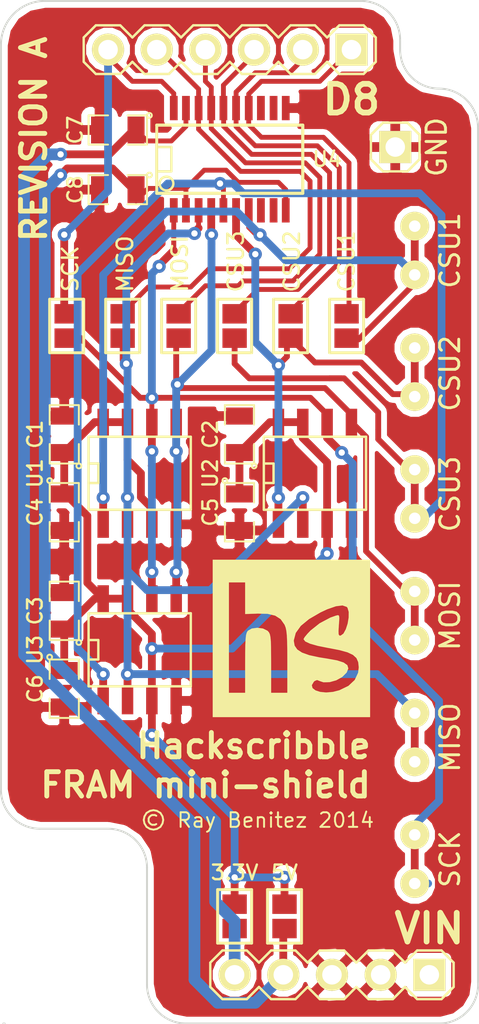
<source format=kicad_pcb>
(kicad_pcb (version 4) (host pcbnew "(2014-09-30 BZR 5157)-product")

  (general
    (links 79)
    (no_connects 0)
    (area 108.661999 124.409999 134.34709 178.55946)
    (thickness 1.6)
    (drawings 22)
    (tracks 330)
    (zones 0)
    (modules 30)
    (nets 22)
  )

  (page A4)
  (layers
    (0 F.Cu signal)
    (31 B.Cu signal)
    (32 B.Adhes user)
    (33 F.Adhes user)
    (34 B.Paste user)
    (35 F.Paste user)
    (36 B.SilkS user)
    (37 F.SilkS user)
    (38 B.Mask user)
    (39 F.Mask user)
    (40 Dwgs.User user)
    (41 Cmts.User user)
    (42 Eco1.User user)
    (43 Eco2.User user)
    (44 Edge.Cuts user)
    (45 Margin user)
    (46 B.CrtYd user)
    (47 F.CrtYd user)
    (48 B.Fab user)
    (49 F.Fab user)
  )

  (setup
    (last_trace_width 0.4064)
    (user_trace_width 0.1524)
    (user_trace_width 0.254)
    (user_trace_width 0.3048)
    (user_trace_width 0.4064)
    (user_trace_width 0.6096)
    (user_trace_width 0.8128)
    (trace_clearance 0.1524)
    (zone_clearance 0.3048)
    (zone_45_only no)
    (trace_min 0.1524)
    (segment_width 0.2)
    (edge_width 0.1)
    (via_size 0.6858)
    (via_drill 0.3302)
    (via_min_size 0.6858)
    (via_min_drill 0.3302)
    (uvia_size 0.6858)
    (uvia_drill 0.3302)
    (uvias_allowed no)
    (uvia_min_size 0.6858)
    (uvia_min_drill 0.3302)
    (pcb_text_width 0.3)
    (pcb_text_size 1.5 1.5)
    (mod_edge_width 0.15)
    (mod_text_size 1 1)
    (mod_text_width 0.15)
    (pad_size 1.5 1.5)
    (pad_drill 0.6)
    (pad_to_mask_clearance 0)
    (aux_axis_origin 0 0)
    (visible_elements 7FFFFF7F)
    (pcbplotparams
      (layerselection 0x010e0_80000001)
      (usegerberextensions true)
      (excludeedgelayer true)
      (linewidth 0.100000)
      (plotframeref false)
      (viasonmask false)
      (mode 1)
      (useauxorigin false)
      (hpglpennumber 1)
      (hpglpenspeed 20)
      (hpglpendiameter 15)
      (hpglpenoverlay 2)
      (psnegative false)
      (psa4output false)
      (plotreference true)
      (plotvalue true)
      (plotinvisibletext false)
      (padsonsilk false)
      (subtractmaskfromsilk false)
      (outputformat 1)
      (mirror false)
      (drillshape 0)
      (scaleselection 1)
      (outputdirectory "C:/Users/Ray/Dropbox/ccc Hackscribble/aaa Development/Hackscribble Ferro Hardware/FRAM mini-shield/gerbers/"))
  )

  (net 0 "")
  (net 1 "Net-(C1-Pad1)")
  (net 2 GND)
  (net 3 +5V)
  (net 4 +3.3V)
  (net 5 "Net-(HDR2-Pad1)")
  (net 6 "Net-(HDR2-Pad2)")
  (net 7 "Net-(HDR2-Pad3)")
  (net 8 "Net-(HDR2-Pad4)")
  (net 9 "Net-(HDR2-Pad5)")
  (net 10 "Net-(HDR2-Pad6)")
  (net 11 "Net-(U4-Pad8)")
  (net 12 "Net-(U4-Pad9)")
  (net 13 "Net-(U4-Pad12)")
  (net 14 "Net-(U4-Pad13)")
  (net 15 "Net-(HDR1-Pad1)")
  (net 16 "Net-(HDR4-Pad1)")
  (net 17 "Net-(HDR5-Pad1)")
  (net 18 "Net-(HDR6-Pad1)")
  (net 19 "Net-(HDR7-Pad1)")
  (net 20 "Net-(HDR8-Pad1)")
  (net 21 "Net-(HDR9-Pad1)")

  (net_class Default "This is the default net class."
    (clearance 0.1524)
    (trace_width 0.1524)
    (via_dia 0.6858)
    (via_drill 0.3302)
    (uvia_dia 0.6858)
    (uvia_drill 0.3302)
    (add_net +3.3V)
    (add_net +5V)
    (add_net GND)
    (add_net "Net-(C1-Pad1)")
    (add_net "Net-(HDR1-Pad1)")
    (add_net "Net-(HDR2-Pad1)")
    (add_net "Net-(HDR2-Pad2)")
    (add_net "Net-(HDR2-Pad3)")
    (add_net "Net-(HDR2-Pad4)")
    (add_net "Net-(HDR2-Pad5)")
    (add_net "Net-(HDR2-Pad6)")
    (add_net "Net-(HDR4-Pad1)")
    (add_net "Net-(HDR5-Pad1)")
    (add_net "Net-(HDR6-Pad1)")
    (add_net "Net-(HDR7-Pad1)")
    (add_net "Net-(HDR8-Pad1)")
    (add_net "Net-(HDR9-Pad1)")
    (add_net "Net-(U4-Pad12)")
    (add_net "Net-(U4-Pad13)")
    (add_net "Net-(U4-Pad8)")
    (add_net "Net-(U4-Pad9)")
  )

  (module SMD_Packages:SMD-0805 (layer F.Cu) (tedit 54340FF0) (tstamp 542BE3A4)
    (at 112.014 147.066 90)
    (path /542B30E8)
    (attr smd)
    (fp_text reference C1 (at 0 -1.524 90) (layer F.SilkS)
      (effects (font (size 0.762 0.762) (thickness 0.127)))
    )
    (fp_text value 100nF (at 0 0.381 90) (layer F.SilkS) hide
      (effects (font (size 0.50038 0.50038) (thickness 0.10922)))
    )
    (fp_circle (center -1.651 0.762) (end -1.651 0.635) (layer F.SilkS) (width 0.09906))
    (fp_line (start -0.508 0.762) (end -1.524 0.762) (layer F.SilkS) (width 0.09906))
    (fp_line (start -1.524 0.762) (end -1.524 -0.762) (layer F.SilkS) (width 0.09906))
    (fp_line (start -1.524 -0.762) (end -0.508 -0.762) (layer F.SilkS) (width 0.09906))
    (fp_line (start 0.508 -0.762) (end 1.524 -0.762) (layer F.SilkS) (width 0.09906))
    (fp_line (start 1.524 -0.762) (end 1.524 0.762) (layer F.SilkS) (width 0.09906))
    (fp_line (start 1.524 0.762) (end 0.508 0.762) (layer F.SilkS) (width 0.09906))
    (pad 1 smd rect (at -0.9525 0 90) (size 0.889 1.397) (layers F.Cu F.Paste F.Mask)
      (net 1 "Net-(C1-Pad1)"))
    (pad 2 smd rect (at 0.9525 0 90) (size 0.889 1.397) (layers F.Cu F.Paste F.Mask)
      (net 2 GND))
    (model smd/chip_cms.wrl
      (at (xyz 0 0 0))
      (scale (xyz 0.1 0.1 0.1))
      (rotate (xyz 0 0 0))
    )
  )

  (module SMD_Packages:SMD-0805 (layer F.Cu) (tedit 54341003) (tstamp 542BE3AA)
    (at 121.158 147.066 90)
    (path /542B33EF)
    (attr smd)
    (fp_text reference C2 (at 0 -1.524 90) (layer F.SilkS)
      (effects (font (size 0.762 0.762) (thickness 0.127)))
    )
    (fp_text value 100nF (at 0 0.381 90) (layer F.SilkS) hide
      (effects (font (size 0.50038 0.50038) (thickness 0.10922)))
    )
    (fp_circle (center -1.651 0.762) (end -1.651 0.635) (layer F.SilkS) (width 0.09906))
    (fp_line (start -0.508 0.762) (end -1.524 0.762) (layer F.SilkS) (width 0.09906))
    (fp_line (start -1.524 0.762) (end -1.524 -0.762) (layer F.SilkS) (width 0.09906))
    (fp_line (start -1.524 -0.762) (end -0.508 -0.762) (layer F.SilkS) (width 0.09906))
    (fp_line (start 0.508 -0.762) (end 1.524 -0.762) (layer F.SilkS) (width 0.09906))
    (fp_line (start 1.524 -0.762) (end 1.524 0.762) (layer F.SilkS) (width 0.09906))
    (fp_line (start 1.524 0.762) (end 0.508 0.762) (layer F.SilkS) (width 0.09906))
    (pad 1 smd rect (at -0.9525 0 90) (size 0.889 1.397) (layers F.Cu F.Paste F.Mask)
      (net 1 "Net-(C1-Pad1)"))
    (pad 2 smd rect (at 0.9525 0 90) (size 0.889 1.397) (layers F.Cu F.Paste F.Mask)
      (net 2 GND))
    (model smd/chip_cms.wrl
      (at (xyz 0 0 0))
      (scale (xyz 0.1 0.1 0.1))
      (rotate (xyz 0 0 0))
    )
  )

  (module SMD_Packages:SMD-0805 (layer F.Cu) (tedit 54341018) (tstamp 542BE3B0)
    (at 112.014 156.2735 90)
    (path /542B3BCE)
    (attr smd)
    (fp_text reference C3 (at 0 -1.524 90) (layer F.SilkS)
      (effects (font (size 0.762 0.762) (thickness 0.127)))
    )
    (fp_text value 100nF (at 0 0.381 90) (layer F.SilkS) hide
      (effects (font (size 0.50038 0.50038) (thickness 0.10922)))
    )
    (fp_circle (center -1.651 0.762) (end -1.651 0.635) (layer F.SilkS) (width 0.09906))
    (fp_line (start -0.508 0.762) (end -1.524 0.762) (layer F.SilkS) (width 0.09906))
    (fp_line (start -1.524 0.762) (end -1.524 -0.762) (layer F.SilkS) (width 0.09906))
    (fp_line (start -1.524 -0.762) (end -0.508 -0.762) (layer F.SilkS) (width 0.09906))
    (fp_line (start 0.508 -0.762) (end 1.524 -0.762) (layer F.SilkS) (width 0.09906))
    (fp_line (start 1.524 -0.762) (end 1.524 0.762) (layer F.SilkS) (width 0.09906))
    (fp_line (start 1.524 0.762) (end 0.508 0.762) (layer F.SilkS) (width 0.09906))
    (pad 1 smd rect (at -0.9525 0 90) (size 0.889 1.397) (layers F.Cu F.Paste F.Mask)
      (net 1 "Net-(C1-Pad1)"))
    (pad 2 smd rect (at 0.9525 0 90) (size 0.889 1.397) (layers F.Cu F.Paste F.Mask)
      (net 2 GND))
    (model smd/chip_cms.wrl
      (at (xyz 0 0 0))
      (scale (xyz 0.1 0.1 0.1))
      (rotate (xyz 0 0 0))
    )
  )

  (module SMD_Packages:SMD-0805 (layer F.Cu) (tedit 54340FFD) (tstamp 542BE3B6)
    (at 112.014 151.13 270)
    (path /542BE343)
    (attr smd)
    (fp_text reference C4 (at 0 1.524 270) (layer F.SilkS)
      (effects (font (size 0.762 0.762) (thickness 0.127)))
    )
    (fp_text value 10uF (at 0 0.381 270) (layer F.SilkS) hide
      (effects (font (size 0.50038 0.50038) (thickness 0.10922)))
    )
    (fp_circle (center -1.651 0.762) (end -1.651 0.635) (layer F.SilkS) (width 0.09906))
    (fp_line (start -0.508 0.762) (end -1.524 0.762) (layer F.SilkS) (width 0.09906))
    (fp_line (start -1.524 0.762) (end -1.524 -0.762) (layer F.SilkS) (width 0.09906))
    (fp_line (start -1.524 -0.762) (end -0.508 -0.762) (layer F.SilkS) (width 0.09906))
    (fp_line (start 0.508 -0.762) (end 1.524 -0.762) (layer F.SilkS) (width 0.09906))
    (fp_line (start 1.524 -0.762) (end 1.524 0.762) (layer F.SilkS) (width 0.09906))
    (fp_line (start 1.524 0.762) (end 0.508 0.762) (layer F.SilkS) (width 0.09906))
    (pad 1 smd rect (at -0.9525 0 270) (size 0.889 1.397) (layers F.Cu F.Paste F.Mask)
      (net 1 "Net-(C1-Pad1)"))
    (pad 2 smd rect (at 0.9525 0 270) (size 0.889 1.397) (layers F.Cu F.Paste F.Mask)
      (net 2 GND))
    (model smd/chip_cms.wrl
      (at (xyz 0 0 0))
      (scale (xyz 0.1 0.1 0.1))
      (rotate (xyz 0 0 0))
    )
  )

  (module SMD_Packages:SMD-0805 (layer F.Cu) (tedit 5434100F) (tstamp 542BE3BC)
    (at 121.158 151.13 270)
    (path /542BE3A7)
    (attr smd)
    (fp_text reference C5 (at 0 1.524 270) (layer F.SilkS)
      (effects (font (size 0.762 0.762) (thickness 0.127)))
    )
    (fp_text value 10uF (at 0 0.381 270) (layer F.SilkS) hide
      (effects (font (size 0.50038 0.50038) (thickness 0.10922)))
    )
    (fp_circle (center -1.651 0.762) (end -1.651 0.635) (layer F.SilkS) (width 0.09906))
    (fp_line (start -0.508 0.762) (end -1.524 0.762) (layer F.SilkS) (width 0.09906))
    (fp_line (start -1.524 0.762) (end -1.524 -0.762) (layer F.SilkS) (width 0.09906))
    (fp_line (start -1.524 -0.762) (end -0.508 -0.762) (layer F.SilkS) (width 0.09906))
    (fp_line (start 0.508 -0.762) (end 1.524 -0.762) (layer F.SilkS) (width 0.09906))
    (fp_line (start 1.524 -0.762) (end 1.524 0.762) (layer F.SilkS) (width 0.09906))
    (fp_line (start 1.524 0.762) (end 0.508 0.762) (layer F.SilkS) (width 0.09906))
    (pad 1 smd rect (at -0.9525 0 270) (size 0.889 1.397) (layers F.Cu F.Paste F.Mask)
      (net 1 "Net-(C1-Pad1)"))
    (pad 2 smd rect (at 0.9525 0 270) (size 0.889 1.397) (layers F.Cu F.Paste F.Mask)
      (net 2 GND))
    (model smd/chip_cms.wrl
      (at (xyz 0 0 0))
      (scale (xyz 0.1 0.1 0.1))
      (rotate (xyz 0 0 0))
    )
  )

  (module SMD_Packages:SMD-0805 (layer F.Cu) (tedit 54341027) (tstamp 542BE3C2)
    (at 112.014 160.3375 270)
    (path /542BE6B9)
    (attr smd)
    (fp_text reference C6 (at 0 1.524 270) (layer F.SilkS)
      (effects (font (size 0.762 0.762) (thickness 0.127)))
    )
    (fp_text value 10uF (at 0 0.381 270) (layer F.SilkS) hide
      (effects (font (size 0.50038 0.50038) (thickness 0.10922)))
    )
    (fp_circle (center -1.651 0.762) (end -1.651 0.635) (layer F.SilkS) (width 0.09906))
    (fp_line (start -0.508 0.762) (end -1.524 0.762) (layer F.SilkS) (width 0.09906))
    (fp_line (start -1.524 0.762) (end -1.524 -0.762) (layer F.SilkS) (width 0.09906))
    (fp_line (start -1.524 -0.762) (end -0.508 -0.762) (layer F.SilkS) (width 0.09906))
    (fp_line (start 0.508 -0.762) (end 1.524 -0.762) (layer F.SilkS) (width 0.09906))
    (fp_line (start 1.524 -0.762) (end 1.524 0.762) (layer F.SilkS) (width 0.09906))
    (fp_line (start 1.524 0.762) (end 0.508 0.762) (layer F.SilkS) (width 0.09906))
    (pad 1 smd rect (at -0.9525 0 270) (size 0.889 1.397) (layers F.Cu F.Paste F.Mask)
      (net 1 "Net-(C1-Pad1)"))
    (pad 2 smd rect (at 0.9525 0 270) (size 0.889 1.397) (layers F.Cu F.Paste F.Mask)
      (net 2 GND))
    (model smd/chip_cms.wrl
      (at (xyz 0 0 0))
      (scale (xyz 0.1 0.1 0.1))
      (rotate (xyz 0 0 0))
    )
  )

  (module SMD_Packages:SMD-0805 (layer F.Cu) (tedit 54340F67) (tstamp 542CA54D)
    (at 114.808 131.191 180)
    (path /542C1F15)
    (attr smd)
    (fp_text reference C7 (at 2.2225 0 270) (layer F.SilkS)
      (effects (font (size 0.762 0.762) (thickness 0.127)))
    )
    (fp_text value 100nF (at 0 0.381 180) (layer F.SilkS) hide
      (effects (font (size 0.50038 0.50038) (thickness 0.10922)))
    )
    (fp_circle (center -1.651 0.762) (end -1.651 0.635) (layer F.SilkS) (width 0.09906))
    (fp_line (start -0.508 0.762) (end -1.524 0.762) (layer F.SilkS) (width 0.09906))
    (fp_line (start -1.524 0.762) (end -1.524 -0.762) (layer F.SilkS) (width 0.09906))
    (fp_line (start -1.524 -0.762) (end -0.508 -0.762) (layer F.SilkS) (width 0.09906))
    (fp_line (start 0.508 -0.762) (end 1.524 -0.762) (layer F.SilkS) (width 0.09906))
    (fp_line (start 1.524 -0.762) (end 1.524 0.762) (layer F.SilkS) (width 0.09906))
    (fp_line (start 1.524 0.762) (end 0.508 0.762) (layer F.SilkS) (width 0.09906))
    (pad 1 smd rect (at -0.9525 0 180) (size 0.889 1.397) (layers F.Cu F.Paste F.Mask)
      (net 3 +5V))
    (pad 2 smd rect (at 0.9525 0 180) (size 0.889 1.397) (layers F.Cu F.Paste F.Mask)
      (net 2 GND))
    (model smd/chip_cms.wrl
      (at (xyz 0 0 0))
      (scale (xyz 0.1 0.1 0.1))
      (rotate (xyz 0 0 0))
    )
  )

  (module SMD_Packages:SMD-0805 (layer F.Cu) (tedit 54340F6D) (tstamp 542BE3CE)
    (at 114.808 134.3025 180)
    (path /542C1D32)
    (attr smd)
    (fp_text reference C8 (at 2.2225 0 270) (layer F.SilkS)
      (effects (font (size 0.762 0.762) (thickness 0.127)))
    )
    (fp_text value 100nF (at 0 0.381 180) (layer F.SilkS) hide
      (effects (font (size 0.50038 0.50038) (thickness 0.10922)))
    )
    (fp_circle (center -1.651 0.762) (end -1.651 0.635) (layer F.SilkS) (width 0.09906))
    (fp_line (start -0.508 0.762) (end -1.524 0.762) (layer F.SilkS) (width 0.09906))
    (fp_line (start -1.524 0.762) (end -1.524 -0.762) (layer F.SilkS) (width 0.09906))
    (fp_line (start -1.524 -0.762) (end -0.508 -0.762) (layer F.SilkS) (width 0.09906))
    (fp_line (start 0.508 -0.762) (end 1.524 -0.762) (layer F.SilkS) (width 0.09906))
    (fp_line (start 1.524 -0.762) (end 1.524 0.762) (layer F.SilkS) (width 0.09906))
    (fp_line (start 1.524 0.762) (end 0.508 0.762) (layer F.SilkS) (width 0.09906))
    (pad 1 smd rect (at -0.9525 0 180) (size 0.889 1.397) (layers F.Cu F.Paste F.Mask)
      (net 4 +3.3V))
    (pad 2 smd rect (at 0.9525 0 180) (size 0.889 1.397) (layers F.Cu F.Paste F.Mask)
      (net 2 GND))
    (model smd/chip_cms.wrl
      (at (xyz 0 0 0))
      (scale (xyz 0.1 0.1 0.1))
      (rotate (xyz 0 0 0))
    )
  )

  (module ab2_header:AB2_HDR_M06-1V locked (layer F.Cu) (tedit 542C8189) (tstamp 542BEAAF)
    (at 120.65 127 180)
    (path /542C11AE)
    (fp_text reference HDR2 (at -6.985 -2.159 180) (layer F.SilkS) hide
      (effects (font (size 0.8128 0.8128) (thickness 0.0762)))
    )
    (fp_text value AB2_HDR06-1 (at 0 -2.54 180) (layer F.SilkS) hide
      (effects (font (size 0.8128 0.8128) (thickness 0.0762)))
    )
    (fp_line (start 5.08 -0.635) (end 5.715 -1.27) (layer F.SilkS) (width 0.127))
    (fp_line (start 5.715 -1.27) (end 6.985 -1.27) (layer F.SilkS) (width 0.127))
    (fp_line (start 6.985 -1.27) (end 7.62 -0.635) (layer F.SilkS) (width 0.127))
    (fp_line (start 7.62 -0.635) (end 7.62 0.635) (layer F.SilkS) (width 0.127))
    (fp_line (start 7.62 0.635) (end 6.985 1.27) (layer F.SilkS) (width 0.127))
    (fp_line (start 6.985 1.27) (end 5.715 1.27) (layer F.SilkS) (width 0.127))
    (fp_line (start 5.715 1.27) (end 5.08 0.635) (layer F.SilkS) (width 0.127))
    (fp_line (start 2.54 -0.635) (end 3.175 -1.27) (layer F.SilkS) (width 0.127))
    (fp_line (start 3.175 -1.27) (end 4.445 -1.27) (layer F.SilkS) (width 0.127))
    (fp_line (start 4.445 -1.27) (end 5.08 -0.635) (layer F.SilkS) (width 0.127))
    (fp_line (start 5.08 0.635) (end 4.445 1.27) (layer F.SilkS) (width 0.127))
    (fp_line (start 4.445 1.27) (end 3.175 1.27) (layer F.SilkS) (width 0.127))
    (fp_line (start 3.175 1.27) (end 2.54 0.635) (layer F.SilkS) (width 0.127))
    (fp_line (start 0 -0.635) (end 0.635 -1.27) (layer F.SilkS) (width 0.127))
    (fp_line (start 0.635 -1.27) (end 1.905 -1.27) (layer F.SilkS) (width 0.127))
    (fp_line (start 1.905 -1.27) (end 2.54 -0.635) (layer F.SilkS) (width 0.127))
    (fp_line (start 2.54 0.635) (end 1.905 1.27) (layer F.SilkS) (width 0.127))
    (fp_line (start 1.905 1.27) (end 0.635 1.27) (layer F.SilkS) (width 0.127))
    (fp_line (start 0.635 1.27) (end 0 0.635) (layer F.SilkS) (width 0.127))
    (fp_line (start -5.08 -0.635) (end -4.445 -1.27) (layer F.SilkS) (width 0.127))
    (fp_line (start -4.445 -1.27) (end -3.175 -1.27) (layer F.SilkS) (width 0.127))
    (fp_line (start -3.175 -1.27) (end -2.54 -0.635) (layer F.SilkS) (width 0.127))
    (fp_line (start -2.54 -0.635) (end -1.905 -1.27) (layer F.SilkS) (width 0.127))
    (fp_line (start -1.905 -1.27) (end -0.635 -1.27) (layer F.SilkS) (width 0.127))
    (fp_line (start -0.635 -1.27) (end 0 -0.635) (layer F.SilkS) (width 0.127))
    (fp_line (start 0 0.635) (end -0.635 1.27) (layer F.SilkS) (width 0.127))
    (fp_line (start -0.635 1.27) (end -1.905 1.27) (layer F.SilkS) (width 0.127))
    (fp_line (start -1.905 1.27) (end -2.54 0.635) (layer F.SilkS) (width 0.127))
    (fp_line (start -2.54 0.635) (end -3.175 1.27) (layer F.SilkS) (width 0.127))
    (fp_line (start -3.175 1.27) (end -4.445 1.27) (layer F.SilkS) (width 0.127))
    (fp_line (start -4.445 1.27) (end -5.08 0.635) (layer F.SilkS) (width 0.127))
    (fp_line (start -7.62 -0.635) (end -6.985 -1.27) (layer F.SilkS) (width 0.127))
    (fp_line (start -6.985 -1.27) (end -5.715 -1.27) (layer F.SilkS) (width 0.127))
    (fp_line (start -5.715 -1.27) (end -5.08 -0.635) (layer F.SilkS) (width 0.127))
    (fp_line (start -5.08 0.635) (end -5.715 1.27) (layer F.SilkS) (width 0.127))
    (fp_line (start -5.715 1.27) (end -6.985 1.27) (layer F.SilkS) (width 0.127))
    (fp_line (start -6.985 1.27) (end -7.62 0.635) (layer F.SilkS) (width 0.127))
    (fp_line (start -7.62 0.635) (end -7.62 -0.635) (layer F.SilkS) (width 0.127))
    (pad 1 thru_hole rect (at -6.35 0 180) (size 1.6764 1.6764) (drill 1.016) (layers *.Cu *.Mask F.SilkS)
      (net 5 "Net-(HDR2-Pad1)"))
    (pad 2 thru_hole circle (at -3.81 0 180) (size 1.6764 1.6764) (drill 1.016) (layers *.Cu *.Mask F.SilkS)
      (net 6 "Net-(HDR2-Pad2)"))
    (pad 3 thru_hole circle (at -1.27 0 180) (size 1.6764 1.6764) (drill 1.016) (layers *.Cu *.Mask F.SilkS)
      (net 7 "Net-(HDR2-Pad3)"))
    (pad 4 thru_hole circle (at 1.27 0 180) (size 1.6764 1.6764) (drill 1.016) (layers *.Cu *.Mask F.SilkS)
      (net 8 "Net-(HDR2-Pad4)"))
    (pad 5 thru_hole circle (at 3.81 0 180) (size 1.6764 1.6764) (drill 1.016) (layers *.Cu *.Mask F.SilkS)
      (net 9 "Net-(HDR2-Pad5)"))
    (pad 6 thru_hole circle (at 6.35 0 180) (size 1.6764 1.6764) (drill 1.016) (layers *.Cu *.Mask F.SilkS)
      (net 10 "Net-(HDR2-Pad6)"))
    (model ab2_header/AB2_HDR_M01-1V.wrl
      (at (xyz -0.25 0 0))
      (scale (xyz 0.3937 0.3937 0.3937))
      (rotate (xyz 0 0 0))
    )
    (model ab2_header/AB2_HDR_M01-1V.wrl
      (at (xyz -0.15 0 0))
      (scale (xyz 0.3937 0.3937 0.3937))
      (rotate (xyz 0 0 0))
    )
    (model ab2_header/AB2_HDR_M01-1V.wrl
      (at (xyz -0.05 0 0))
      (scale (xyz 0.3937 0.3937 0.3937))
      (rotate (xyz 0 0 0))
    )
    (model ab2_header/AB2_HDR_M01-1V.wrl
      (at (xyz 0.05 0 0))
      (scale (xyz 0.3937 0.3937 0.3937))
      (rotate (xyz 0 0 0))
    )
    (model ab2_header/AB2_HDR_M01-1V.wrl
      (at (xyz 0.15 0 0))
      (scale (xyz 0.3937 0.3937 0.3937))
      (rotate (xyz 0 0 0))
    )
    (model ab2_header/AB2_HDR_M01-1V.wrl
      (at (xyz 0.25 0 0))
      (scale (xyz 0.3937 0.3937 0.3937))
      (rotate (xyz 0 0 0))
    )
  )

  (module ab2_header:AB2_SJMP_02-1 (layer F.Cu) (tedit 54341124) (tstamp 542BE409)
    (at 123.5075 172.212 90)
    (path /542B25CD)
    (fp_text reference JMP1 (at -3.048 0 90) (layer F.SilkS) hide
      (effects (font (size 0.8128 0.8128) (thickness 0.0762)))
    )
    (fp_text value 5V (at 2.286 0 180) (layer F.SilkS)
      (effects (font (size 0.762 0.762) (thickness 0.127)))
    )
    (fp_line (start -1.397 0.889) (end 1.397 0.889) (layer F.SilkS) (width 0.1524))
    (fp_line (start -1.397 -0.889) (end 1.397 -0.889) (layer F.SilkS) (width 0.1524))
    (fp_line (start 1.397 -0.889) (end 1.397 0.889) (layer F.SilkS) (width 0.15))
    (fp_line (start -1.397 0.889) (end -1.397 -0.889) (layer F.SilkS) (width 0.15))
    (pad 2 smd rect (at 0.635 0 270) (size 1.016 1.27) (layers F.Cu F.Paste F.Mask)
      (net 1 "Net-(C1-Pad1)"))
    (pad 1 smd rect (at -0.635 0 270) (size 1.016 1.27) (layers F.Cu F.Paste F.Mask)
      (net 3 +5V))
  )

  (module ab2_header:AB2_SJMP_02-1 (layer F.Cu) (tedit 54341115) (tstamp 542BE40F)
    (at 120.904 172.212 90)
    (path /542B2568)
    (fp_text reference JMP2 (at -3.048 0 90) (layer F.SilkS) hide
      (effects (font (size 0.8128 0.8128) (thickness 0.0762)))
    )
    (fp_text value 3.3V (at 2.286 0 180) (layer F.SilkS)
      (effects (font (size 0.762 0.762) (thickness 0.127)))
    )
    (fp_line (start -1.397 0.889) (end 1.397 0.889) (layer F.SilkS) (width 0.1524))
    (fp_line (start -1.397 -0.889) (end 1.397 -0.889) (layer F.SilkS) (width 0.1524))
    (fp_line (start 1.397 -0.889) (end 1.397 0.889) (layer F.SilkS) (width 0.15))
    (fp_line (start -1.397 0.889) (end -1.397 -0.889) (layer F.SilkS) (width 0.15))
    (pad 2 smd rect (at 0.635 0 270) (size 1.016 1.27) (layers F.Cu F.Paste F.Mask)
      (net 1 "Net-(C1-Pad1)"))
    (pad 1 smd rect (at -0.635 0 270) (size 1.016 1.27) (layers F.Cu F.Paste F.Mask)
      (net 4 +3.3V))
  )

  (module ab2_header:AB2_SJMP_02-1 (layer F.Cu) (tedit 54340F7D) (tstamp 542BE415)
    (at 112.141 141.4145 270)
    (path /542B3E2A)
    (fp_text reference JMP3 (at -3.175 0 270) (layer F.SilkS) hide
      (effects (font (size 0.8128 0.8128) (thickness 0.0762)))
    )
    (fp_text value SCK (at -2.9845 -0.1905 270) (layer F.SilkS)
      (effects (font (size 0.8128 0.8128) (thickness 0.127)))
    )
    (fp_line (start -1.397 0.889) (end 1.397 0.889) (layer F.SilkS) (width 0.1524))
    (fp_line (start -1.397 -0.889) (end 1.397 -0.889) (layer F.SilkS) (width 0.1524))
    (fp_line (start 1.397 -0.889) (end 1.397 0.889) (layer F.SilkS) (width 0.15))
    (fp_line (start -1.397 0.889) (end -1.397 -0.889) (layer F.SilkS) (width 0.15))
    (pad 2 smd rect (at 0.635 0 90) (size 1.016 1.27) (layers F.Cu F.Paste F.Mask)
      (net 16 "Net-(HDR4-Pad1)"))
    (pad 1 smd rect (at -0.635 0 90) (size 1.016 1.27) (layers F.Cu F.Paste F.Mask)
      (net 10 "Net-(HDR2-Pad6)"))
  )

  (module ab2_header:AB2_SJMP_02-1 (layer F.Cu) (tedit 54340F88) (tstamp 542BE41B)
    (at 115.062 141.4145 270)
    (path /542B3F7E)
    (fp_text reference JMP4 (at -3.175 0 270) (layer F.SilkS) hide
      (effects (font (size 0.8128 0.8128) (thickness 0.0762)))
    )
    (fp_text value MISO (at -3.2385 -0.127 270) (layer F.SilkS)
      (effects (font (size 0.8128 0.8128) (thickness 0.127)))
    )
    (fp_line (start -1.397 0.889) (end 1.397 0.889) (layer F.SilkS) (width 0.1524))
    (fp_line (start -1.397 -0.889) (end 1.397 -0.889) (layer F.SilkS) (width 0.1524))
    (fp_line (start 1.397 -0.889) (end 1.397 0.889) (layer F.SilkS) (width 0.15))
    (fp_line (start -1.397 0.889) (end -1.397 -0.889) (layer F.SilkS) (width 0.15))
    (pad 2 smd rect (at 0.635 0 90) (size 1.016 1.27) (layers F.Cu F.Paste F.Mask)
      (net 17 "Net-(HDR5-Pad1)"))
    (pad 1 smd rect (at -0.635 0 90) (size 1.016 1.27) (layers F.Cu F.Paste F.Mask)
      (net 9 "Net-(HDR2-Pad5)"))
  )

  (module ab2_header:AB2_SJMP_02-1 (layer F.Cu) (tedit 54340FC7) (tstamp 542BE421)
    (at 117.983 141.4145 270)
    (path /542B3F84)
    (fp_text reference JMP5 (at -3.175 0 270) (layer F.SilkS) hide
      (effects (font (size 0.8128 0.8128) (thickness 0.0762)))
    )
    (fp_text value MOSI (at -3.2385 -0.0635 270) (layer F.SilkS)
      (effects (font (size 0.8128 0.8128) (thickness 0.127)))
    )
    (fp_line (start -1.397 0.889) (end 1.397 0.889) (layer F.SilkS) (width 0.1524))
    (fp_line (start -1.397 -0.889) (end 1.397 -0.889) (layer F.SilkS) (width 0.1524))
    (fp_line (start 1.397 -0.889) (end 1.397 0.889) (layer F.SilkS) (width 0.15))
    (fp_line (start -1.397 0.889) (end -1.397 -0.889) (layer F.SilkS) (width 0.15))
    (pad 2 smd rect (at 0.635 0 90) (size 1.016 1.27) (layers F.Cu F.Paste F.Mask)
      (net 18 "Net-(HDR6-Pad1)"))
    (pad 1 smd rect (at -0.635 0 90) (size 1.016 1.27) (layers F.Cu F.Paste F.Mask)
      (net 8 "Net-(HDR2-Pad4)"))
  )

  (module ab2_header:AB2_SJMP_02-1 (layer F.Cu) (tedit 54340FCF) (tstamp 542BE427)
    (at 120.904 141.4145 270)
    (path /542B4143)
    (fp_text reference JMP6 (at -3.175 0 270) (layer F.SilkS) hide
      (effects (font (size 0.8128 0.8128) (thickness 0.0762)))
    )
    (fp_text value CSU3 (at -3.3655 -0.0635 270) (layer F.SilkS)
      (effects (font (size 0.8128 0.8128) (thickness 0.127)))
    )
    (fp_line (start -1.397 0.889) (end 1.397 0.889) (layer F.SilkS) (width 0.1524))
    (fp_line (start -1.397 -0.889) (end 1.397 -0.889) (layer F.SilkS) (width 0.1524))
    (fp_line (start 1.397 -0.889) (end 1.397 0.889) (layer F.SilkS) (width 0.15))
    (fp_line (start -1.397 0.889) (end -1.397 -0.889) (layer F.SilkS) (width 0.15))
    (pad 2 smd rect (at 0.635 0 90) (size 1.016 1.27) (layers F.Cu F.Paste F.Mask)
      (net 19 "Net-(HDR7-Pad1)"))
    (pad 1 smd rect (at -0.635 0 90) (size 1.016 1.27) (layers F.Cu F.Paste F.Mask)
      (net 7 "Net-(HDR2-Pad3)"))
  )

  (module ab2_header:AB2_SJMP_02-1 (layer F.Cu) (tedit 54340FD5) (tstamp 542BE42D)
    (at 123.825 141.4145 270)
    (path /542B4149)
    (fp_text reference JMP7 (at -3.175 0 270) (layer F.SilkS) hide
      (effects (font (size 0.8128 0.8128) (thickness 0.0762)))
    )
    (fp_text value CSU2 (at -3.3655 -0.0635 270) (layer F.SilkS)
      (effects (font (size 0.8128 0.8128) (thickness 0.127)))
    )
    (fp_line (start -1.397 0.889) (end 1.397 0.889) (layer F.SilkS) (width 0.1524))
    (fp_line (start -1.397 -0.889) (end 1.397 -0.889) (layer F.SilkS) (width 0.1524))
    (fp_line (start 1.397 -0.889) (end 1.397 0.889) (layer F.SilkS) (width 0.15))
    (fp_line (start -1.397 0.889) (end -1.397 -0.889) (layer F.SilkS) (width 0.15))
    (pad 2 smd rect (at 0.635 0 90) (size 1.016 1.27) (layers F.Cu F.Paste F.Mask)
      (net 20 "Net-(HDR8-Pad1)"))
    (pad 1 smd rect (at -0.635 0 90) (size 1.016 1.27) (layers F.Cu F.Paste F.Mask)
      (net 6 "Net-(HDR2-Pad2)"))
  )

  (module ab2_header:AB2_SJMP_02-1 (layer F.Cu) (tedit 54340FE1) (tstamp 54340FF8)
    (at 126.746 141.4145 270)
    (path /542B414F)
    (fp_text reference JMP8 (at -3.175 0 270) (layer F.SilkS) hide
      (effects (font (size 0.8128 0.8128) (thickness 0.0762)))
    )
    (fp_text value CSU1 (at -3.3655 0 270) (layer F.SilkS)
      (effects (font (size 0.8128 0.8128) (thickness 0.127)))
    )
    (fp_line (start -1.397 0.889) (end 1.397 0.889) (layer F.SilkS) (width 0.1524))
    (fp_line (start -1.397 -0.889) (end 1.397 -0.889) (layer F.SilkS) (width 0.1524))
    (fp_line (start 1.397 -0.889) (end 1.397 0.889) (layer F.SilkS) (width 0.15))
    (fp_line (start -1.397 0.889) (end -1.397 -0.889) (layer F.SilkS) (width 0.15))
    (pad 2 smd rect (at 0.635 0 90) (size 1.016 1.27) (layers F.Cu F.Paste F.Mask)
      (net 21 "Net-(HDR9-Pad1)"))
    (pad 1 smd rect (at -0.635 0 90) (size 1.016 1.27) (layers F.Cu F.Paste F.Mask)
      (net 5 "Net-(HDR2-Pad1)"))
  )

  (module SMD_Packages:SSOP-20 (layer F.Cu) (tedit 542C842B) (tstamp 542BE46F)
    (at 120.65 132.715)
    (descr "SSOP 20 pins")
    (tags "CMS SSOP SMD")
    (path /542C00D4)
    (attr smd)
    (fp_text reference U4 (at 5.08 0) (layer F.SilkS)
      (effects (font (size 0.762 0.762) (thickness 0.127)))
    )
    (fp_text value TXB0108 (at 0 0.635) (layer F.SilkS) hide
      (effects (font (size 0.762 0.762) (thickness 0.127)))
    )
    (fp_line (start 3.81 -1.778) (end -3.81 -1.778) (layer F.SilkS) (width 0.1651))
    (fp_line (start -3.81 1.778) (end 3.81 1.778) (layer F.SilkS) (width 0.1651))
    (fp_line (start 3.81 -1.778) (end 3.81 1.778) (layer F.SilkS) (width 0.1651))
    (fp_line (start -3.81 1.778) (end -3.81 -1.778) (layer F.SilkS) (width 0.1524))
    (fp_circle (center -3.302 1.27) (end -3.556 1.016) (layer F.SilkS) (width 0.127))
    (fp_line (start -3.81 -0.635) (end -3.048 -0.635) (layer F.SilkS) (width 0.127))
    (fp_line (start -3.048 -0.635) (end -3.048 0.635) (layer F.SilkS) (width 0.127))
    (fp_line (start -3.048 0.635) (end -3.81 0.635) (layer F.SilkS) (width 0.127))
    (pad 1 smd rect (at -2.921 2.667) (size 0.4064 1.27) (layers F.Cu F.Paste F.Mask)
      (net 16 "Net-(HDR4-Pad1)"))
    (pad 2 smd rect (at -2.286 2.667) (size 0.4064 1.27) (layers F.Cu F.Paste F.Mask)
      (net 4 +3.3V))
    (pad 3 smd rect (at -1.6256 2.667) (size 0.4064 1.27) (layers F.Cu F.Paste F.Mask)
      (net 17 "Net-(HDR5-Pad1)"))
    (pad 4 smd rect (at -0.9652 2.667) (size 0.4064 1.27) (layers F.Cu F.Paste F.Mask)
      (net 18 "Net-(HDR6-Pad1)"))
    (pad 5 smd rect (at -0.3302 2.667) (size 0.4064 1.27) (layers F.Cu F.Paste F.Mask)
      (net 19 "Net-(HDR7-Pad1)"))
    (pad 6 smd rect (at 0.3302 2.667) (size 0.4064 1.27) (layers F.Cu F.Paste F.Mask)
      (net 20 "Net-(HDR8-Pad1)"))
    (pad 7 smd rect (at 0.9906 2.667) (size 0.4064 1.27) (layers F.Cu F.Paste F.Mask)
      (net 21 "Net-(HDR9-Pad1)"))
    (pad 8 smd rect (at 1.6256 2.667) (size 0.4064 1.27) (layers F.Cu F.Paste F.Mask)
      (net 11 "Net-(U4-Pad8)"))
    (pad 9 smd rect (at 2.286 2.667) (size 0.4064 1.27) (layers F.Cu F.Paste F.Mask)
      (net 12 "Net-(U4-Pad9)"))
    (pad 10 smd rect (at 2.921 2.667) (size 0.4064 1.27) (layers F.Cu F.Paste F.Mask)
      (net 4 +3.3V))
    (pad 11 smd rect (at 2.921 -2.667) (size 0.4064 1.27) (layers F.Cu F.Paste F.Mask)
      (net 2 GND))
    (pad 12 smd rect (at 2.286 -2.667) (size 0.4064 1.27) (layers F.Cu F.Paste F.Mask)
      (net 13 "Net-(U4-Pad12)"))
    (pad 13 smd rect (at 1.6256 -2.667) (size 0.4064 1.27) (layers F.Cu F.Paste F.Mask)
      (net 14 "Net-(U4-Pad13)"))
    (pad 14 smd rect (at 0.9906 -2.667) (size 0.4064 1.27) (layers F.Cu F.Paste F.Mask)
      (net 5 "Net-(HDR2-Pad1)"))
    (pad 15 smd rect (at 0.3302 -2.667) (size 0.4064 1.27) (layers F.Cu F.Paste F.Mask)
      (net 6 "Net-(HDR2-Pad2)"))
    (pad 16 smd rect (at -0.3302 -2.667) (size 0.4064 1.27) (layers F.Cu F.Paste F.Mask)
      (net 7 "Net-(HDR2-Pad3)"))
    (pad 17 smd rect (at -0.9652 -2.667) (size 0.4064 1.27) (layers F.Cu F.Paste F.Mask)
      (net 8 "Net-(HDR2-Pad4)"))
    (pad 18 smd rect (at -1.6256 -2.667) (size 0.4064 1.27) (layers F.Cu F.Paste F.Mask)
      (net 9 "Net-(HDR2-Pad5)"))
    (pad 19 smd rect (at -2.286 -2.667) (size 0.4064 1.27) (layers F.Cu F.Paste F.Mask)
      (net 3 +5V))
    (pad 20 smd rect (at -2.921 -2.667) (size 0.4064 1.27) (layers F.Cu F.Paste F.Mask)
      (net 10 "Net-(HDR2-Pad6)"))
    (model smd/cms_so20.wrl
      (at (xyz 0 0 0))
      (scale (xyz 0.255 0.33 0.3))
      (rotate (xyz 0 0 0))
    )
  )

  (module SMD_Packages:SOIC-8-W (layer F.Cu) (tedit 5434101F) (tstamp 542BEE1A)
    (at 115.951 158.3055)
    (descr "module SMD SOIC SOJ 8 pins etroit")
    (tags "CMS SOJ")
    (path /542B680A)
    (attr smd)
    (fp_text reference U3 (at -5.461 0 90) (layer F.SilkS)
      (effects (font (size 0.762 0.762) (thickness 0.127)))
    )
    (fp_text value MB85RS1MT (at 0 1.016) (layer F.SilkS) hide
      (effects (font (size 0.889 0.889) (thickness 0.1524)))
    )
    (fp_line (start -2.667 1.778) (end -2.667 1.905) (layer F.SilkS) (width 0.127))
    (fp_line (start -2.667 1.905) (end 2.667 1.905) (layer F.SilkS) (width 0.127))
    (fp_line (start 2.667 -1.905) (end -2.667 -1.905) (layer F.SilkS) (width 0.127))
    (fp_line (start -2.667 -1.905) (end -2.667 1.778) (layer F.SilkS) (width 0.127))
    (fp_line (start -2.667 -0.508) (end -2.159 -0.508) (layer F.SilkS) (width 0.127))
    (fp_line (start -2.159 -0.508) (end -2.159 0.508) (layer F.SilkS) (width 0.127))
    (fp_line (start -2.159 0.508) (end -2.667 0.508) (layer F.SilkS) (width 0.127))
    (fp_line (start 2.667 -1.905) (end 2.667 1.905) (layer F.SilkS) (width 0.127))
    (pad 8 smd rect (at -1.905 -2.667) (size 0.59944 1.39954) (layers F.Cu F.Paste F.Mask)
      (net 1 "Net-(C1-Pad1)"))
    (pad 1 smd rect (at -1.905 2.667) (size 0.59944 1.39954) (layers F.Cu F.Paste F.Mask)
      (net 19 "Net-(HDR7-Pad1)"))
    (pad 7 smd rect (at -0.635 -2.667) (size 0.59944 1.39954) (layers F.Cu F.Paste F.Mask)
      (net 1 "Net-(C1-Pad1)"))
    (pad 6 smd rect (at 0.635 -2.667) (size 0.59944 1.39954) (layers F.Cu F.Paste F.Mask)
      (net 16 "Net-(HDR4-Pad1)"))
    (pad 5 smd rect (at 1.905 -2.667) (size 0.59944 1.39954) (layers F.Cu F.Paste F.Mask)
      (net 18 "Net-(HDR6-Pad1)"))
    (pad 2 smd rect (at -0.635 2.667) (size 0.59944 1.39954) (layers F.Cu F.Paste F.Mask)
      (net 17 "Net-(HDR5-Pad1)"))
    (pad 3 smd rect (at 0.635 2.667) (size 0.59944 1.39954) (layers F.Cu F.Paste F.Mask)
      (net 1 "Net-(C1-Pad1)"))
    (pad 4 smd rect (at 1.905 2.667) (size 0.59944 1.39954) (layers F.Cu F.Paste F.Mask)
      (net 2 GND))
    (model smd/cms_so8.wrl
      (at (xyz 0 0 0))
      (scale (xyz 0.5 0.32 0.5))
      (rotate (xyz 0 0 0))
    )
  )

  (module SMD_Packages:SOIC-8-W (layer F.Cu) (tedit 54340FF6) (tstamp 542BEE8B)
    (at 115.951 149.098)
    (descr "module SMD SOIC SOJ 8 pins etroit")
    (tags "CMS SOJ")
    (path /542B6528)
    (attr smd)
    (fp_text reference U1 (at -5.461 0 90) (layer F.SilkS)
      (effects (font (size 0.762 0.762) (thickness 0.127)))
    )
    (fp_text value MB85RS1MT (at 0 1.016) (layer F.SilkS) hide
      (effects (font (size 0.889 0.889) (thickness 0.1524)))
    )
    (fp_line (start -2.667 1.778) (end -2.667 1.905) (layer F.SilkS) (width 0.127))
    (fp_line (start -2.667 1.905) (end 2.667 1.905) (layer F.SilkS) (width 0.127))
    (fp_line (start 2.667 -1.905) (end -2.667 -1.905) (layer F.SilkS) (width 0.127))
    (fp_line (start -2.667 -1.905) (end -2.667 1.778) (layer F.SilkS) (width 0.127))
    (fp_line (start -2.667 -0.508) (end -2.159 -0.508) (layer F.SilkS) (width 0.127))
    (fp_line (start -2.159 -0.508) (end -2.159 0.508) (layer F.SilkS) (width 0.127))
    (fp_line (start -2.159 0.508) (end -2.667 0.508) (layer F.SilkS) (width 0.127))
    (fp_line (start 2.667 -1.905) (end 2.667 1.905) (layer F.SilkS) (width 0.127))
    (pad 8 smd rect (at -1.905 -2.667) (size 0.59944 1.39954) (layers F.Cu F.Paste F.Mask)
      (net 1 "Net-(C1-Pad1)"))
    (pad 1 smd rect (at -1.905 2.667) (size 0.59944 1.39954) (layers F.Cu F.Paste F.Mask)
      (net 21 "Net-(HDR9-Pad1)"))
    (pad 7 smd rect (at -0.635 -2.667) (size 0.59944 1.39954) (layers F.Cu F.Paste F.Mask)
      (net 1 "Net-(C1-Pad1)"))
    (pad 6 smd rect (at 0.635 -2.667) (size 0.59944 1.39954) (layers F.Cu F.Paste F.Mask)
      (net 16 "Net-(HDR4-Pad1)"))
    (pad 5 smd rect (at 1.905 -2.667) (size 0.59944 1.39954) (layers F.Cu F.Paste F.Mask)
      (net 18 "Net-(HDR6-Pad1)"))
    (pad 2 smd rect (at -0.635 2.667) (size 0.59944 1.39954) (layers F.Cu F.Paste F.Mask)
      (net 17 "Net-(HDR5-Pad1)"))
    (pad 3 smd rect (at 0.635 2.667) (size 0.59944 1.39954) (layers F.Cu F.Paste F.Mask)
      (net 1 "Net-(C1-Pad1)"))
    (pad 4 smd rect (at 1.905 2.667) (size 0.59944 1.39954) (layers F.Cu F.Paste F.Mask)
      (net 2 GND))
    (model smd/cms_so8.wrl
      (at (xyz 0 0 0))
      (scale (xyz 0.5 0.32 0.5))
      (rotate (xyz 0 0 0))
    )
  )

  (module SMD_Packages:SOIC-8-W (layer F.Cu) (tedit 54341009) (tstamp 542BEE96)
    (at 125.095 149.098)
    (descr "module SMD SOIC SOJ 8 pins etroit")
    (tags "CMS SOJ")
    (path /542B66ED)
    (attr smd)
    (fp_text reference U2 (at -5.461 0 90) (layer F.SilkS)
      (effects (font (size 0.762 0.762) (thickness 0.127)))
    )
    (fp_text value MB85RS1MT (at 0 1.016) (layer F.SilkS) hide
      (effects (font (size 0.889 0.889) (thickness 0.1524)))
    )
    (fp_line (start -2.667 1.778) (end -2.667 1.905) (layer F.SilkS) (width 0.127))
    (fp_line (start -2.667 1.905) (end 2.667 1.905) (layer F.SilkS) (width 0.127))
    (fp_line (start 2.667 -1.905) (end -2.667 -1.905) (layer F.SilkS) (width 0.127))
    (fp_line (start -2.667 -1.905) (end -2.667 1.778) (layer F.SilkS) (width 0.127))
    (fp_line (start -2.667 -0.508) (end -2.159 -0.508) (layer F.SilkS) (width 0.127))
    (fp_line (start -2.159 -0.508) (end -2.159 0.508) (layer F.SilkS) (width 0.127))
    (fp_line (start -2.159 0.508) (end -2.667 0.508) (layer F.SilkS) (width 0.127))
    (fp_line (start 2.667 -1.905) (end 2.667 1.905) (layer F.SilkS) (width 0.127))
    (pad 8 smd rect (at -1.905 -2.667) (size 0.59944 1.39954) (layers F.Cu F.Paste F.Mask)
      (net 1 "Net-(C1-Pad1)"))
    (pad 1 smd rect (at -1.905 2.667) (size 0.59944 1.39954) (layers F.Cu F.Paste F.Mask)
      (net 20 "Net-(HDR8-Pad1)"))
    (pad 7 smd rect (at -0.635 -2.667) (size 0.59944 1.39954) (layers F.Cu F.Paste F.Mask)
      (net 1 "Net-(C1-Pad1)"))
    (pad 6 smd rect (at 0.635 -2.667) (size 0.59944 1.39954) (layers F.Cu F.Paste F.Mask)
      (net 16 "Net-(HDR4-Pad1)"))
    (pad 5 smd rect (at 1.905 -2.667) (size 0.59944 1.39954) (layers F.Cu F.Paste F.Mask)
      (net 18 "Net-(HDR6-Pad1)"))
    (pad 2 smd rect (at -0.635 2.667) (size 0.59944 1.39954) (layers F.Cu F.Paste F.Mask)
      (net 17 "Net-(HDR5-Pad1)"))
    (pad 3 smd rect (at 0.635 2.667) (size 0.59944 1.39954) (layers F.Cu F.Paste F.Mask)
      (net 1 "Net-(C1-Pad1)"))
    (pad 4 smd rect (at 1.905 2.667) (size 0.59944 1.39954) (layers F.Cu F.Paste F.Mask)
      (net 2 GND))
    (model smd/cms_so8.wrl
      (at (xyz 0 0 0))
      (scale (xyz 0.5 0.32 0.5))
      (rotate (xyz 0 0 0))
    )
  )

  (module "Hackscribble Logo Small:logo-small" (layer F.Cu) (tedit 53FFA92D) (tstamp 542BF2ED)
    (at 123.825 157.6705)
    (fp_text reference G*** (at 0 4.826) (layer F.SilkS) hide
      (effects (font (thickness 0.3048)))
    )
    (fp_text value LOGO (at 0 -4.826) (layer F.SilkS) hide
      (effects (font (thickness 0.3048)))
    )
    (fp_poly (pts (xy 4.14782 4.14782) (xy 3.556 4.14782) (xy 3.556 1.5494) (xy 3.52806 1.28016)
      (xy 3.43408 1.0668) (xy 3.25374 0.9017) (xy 2.96672 0.76708) (xy 2.55016 0.65278)
      (xy 1.98628 0.54356) (xy 1.96596 0.54102) (xy 1.41986 0.4318) (xy 1.016 0.3175)
      (xy 0.76454 0.20066) (xy 0.67564 0.08382) (xy 0.67564 0.07874) (xy 0.73152 -0.02286)
      (xy 0.8763 -0.19812) (xy 1.03886 -0.3683) (xy 1.51384 -0.74676) (xy 2.07264 -1.04394)
      (xy 2.35966 -1.14554) (xy 2.46888 -1.17094) (xy 2.52476 -1.14554) (xy 2.54254 -1.03378)
      (xy 2.52984 -0.80264) (xy 2.51714 -0.64262) (xy 2.49936 -0.34036) (xy 2.50698 -0.17272)
      (xy 2.54508 -0.10668) (xy 2.61112 -0.10414) (xy 2.7559 -0.20828) (xy 2.88036 -0.43434)
      (xy 2.97688 -0.73152) (xy 3.03022 -1.04902) (xy 3.03276 -1.33858) (xy 2.9718 -1.5494)
      (xy 2.92862 -1.60274) (xy 2.7051 -1.67894) (xy 2.36728 -1.63576) (xy 1.91262 -1.47828)
      (xy 1.56464 -1.31572) (xy 0.9652 -0.96774) (xy 0.5334 -0.61214) (xy 0.26924 -0.24384)
      (xy 0.17018 0.13208) (xy 0.16764 0.17272) (xy 0.21082 0.4191) (xy 0.34798 0.61976)
      (xy 0.5969 0.78232) (xy 0.97282 0.91694) (xy 1.49098 1.0287) (xy 1.92024 1.09728)
      (xy 2.4257 1.18872) (xy 2.7686 1.30048) (xy 2.96164 1.43764) (xy 3.01244 1.60782)
      (xy 2.92862 1.81864) (xy 2.921 1.8288) (xy 2.69494 2.05486) (xy 2.38252 2.22758)
      (xy 2.03708 2.3241) (xy 1.71704 2.33172) (xy 1.55194 2.27838) (xy 1.38176 2.21234)
      (xy 1.25984 2.2606) (xy 1.21158 2.30378) (xy 1.10744 2.48158) (xy 1.14554 2.63398)
      (xy 1.30048 2.75336) (xy 1.54432 2.8321) (xy 1.85674 2.86258) (xy 2.20726 2.8321)
      (xy 2.54508 2.74574) (xy 3.01752 2.51714) (xy 3.34518 2.2098) (xy 3.52298 1.83134)
      (xy 3.556 1.5494) (xy 3.556 4.14782) (xy 0.04064 4.14782) (xy -0.17018 4.14782)
      (xy -0.17018 2.87782) (xy -0.17018 1.24714) (xy -0.17272 0.6604) (xy -0.18034 0.2159)
      (xy -0.19558 -0.11176) (xy -0.22098 -0.34798) (xy -0.25654 -0.51816) (xy -0.30734 -0.65278)
      (xy -0.32004 -0.67818) (xy -0.5207 -0.96266) (xy -0.80518 -1.14554) (xy -1.19888 -1.23952)
      (xy -1.71704 -1.25222) (xy -2.37236 -1.22936) (xy -2.37236 -2.05486) (xy -2.37236 -2.88036)
      (xy -2.794 -2.88036) (xy -3.21818 -2.88036) (xy -3.21818 0) (xy -3.21818 2.87782)
      (xy -2.794 2.87782) (xy -2.37236 2.87782) (xy -2.37236 1.33858) (xy -2.36982 0.77724)
      (xy -2.3622 0.36322) (xy -2.34696 0.06604) (xy -2.3241 -0.13462) (xy -2.28854 -0.26162)
      (xy -2.24028 -0.34544) (xy -2.23266 -0.3556) (xy -2.02438 -0.47498) (xy -1.73736 -0.51308)
      (xy -1.44272 -0.47498) (xy -1.20904 -0.36068) (xy -1.18618 -0.34036) (xy -1.12522 -0.26924)
      (xy -1.08204 -0.17526) (xy -1.05156 -0.03302) (xy -1.03124 0.18034) (xy -1.02108 0.49276)
      (xy -1.01854 0.92964) (xy -1.016 1.35382) (xy -1.016 2.87782) (xy -0.59436 2.87782)
      (xy -0.17018 2.87782) (xy -0.17018 4.14782) (xy -4.064 4.14782) (xy -4.064 0.04064)
      (xy -4.064 -4.064) (xy 0.04064 -4.064) (xy 4.14782 -4.064) (xy 4.14782 0.04064)
      (xy 4.14782 4.14782) (xy 4.14782 4.14782)) (layer F.SilkS) (width 0.00254))
  )

  (module ab2_header:AB2_HDR_M05-1V locked (layer F.Cu) (tedit 542C8184) (tstamp 542C80F7)
    (at 125.984 175.26 180)
    (path /542C882C)
    (fp_text reference HDR1 (at 0 2.54 270) (layer F.SilkS) hide
      (effects (font (size 0.8128 0.8128) (thickness 0.0762)))
    )
    (fp_text value AB2_HDR05-1 (at 0 -2.54 180) (layer F.SilkS) hide
      (effects (font (size 0.8128 0.8128) (thickness 0.0762)))
    )
    (fp_line (start 3.81 -0.635) (end 4.445 -1.27) (layer F.SilkS) (width 0.127))
    (fp_line (start 4.445 -1.27) (end 5.715 -1.27) (layer F.SilkS) (width 0.127))
    (fp_line (start 5.715 -1.27) (end 6.35 -0.635) (layer F.SilkS) (width 0.127))
    (fp_line (start 6.35 -0.635) (end 6.35 0.635) (layer F.SilkS) (width 0.127))
    (fp_line (start 6.35 0.635) (end 5.715 1.27) (layer F.SilkS) (width 0.127))
    (fp_line (start 5.715 1.27) (end 4.445 1.27) (layer F.SilkS) (width 0.127))
    (fp_line (start 4.445 1.27) (end 3.81 0.635) (layer F.SilkS) (width 0.127))
    (fp_line (start 1.27 -0.635) (end 1.905 -1.27) (layer F.SilkS) (width 0.127))
    (fp_line (start 1.905 -1.27) (end 3.175 -1.27) (layer F.SilkS) (width 0.127))
    (fp_line (start 3.175 -1.27) (end 3.81 -0.635) (layer F.SilkS) (width 0.127))
    (fp_line (start 3.81 0.635) (end 3.175 1.27) (layer F.SilkS) (width 0.127))
    (fp_line (start 3.175 1.27) (end 1.905 1.27) (layer F.SilkS) (width 0.127))
    (fp_line (start 1.905 1.27) (end 1.27 0.635) (layer F.SilkS) (width 0.127))
    (fp_line (start -3.81 -0.635) (end -3.175 -1.27) (layer F.SilkS) (width 0.127))
    (fp_line (start -3.175 -1.27) (end -1.905 -1.27) (layer F.SilkS) (width 0.127))
    (fp_line (start -1.905 -1.27) (end -1.27 -0.635) (layer F.SilkS) (width 0.127))
    (fp_line (start -1.27 -0.635) (end -0.635 -1.27) (layer F.SilkS) (width 0.127))
    (fp_line (start -0.635 -1.27) (end 0.635 -1.27) (layer F.SilkS) (width 0.127))
    (fp_line (start 0.635 -1.27) (end 1.27 -0.635) (layer F.SilkS) (width 0.127))
    (fp_line (start 1.27 0.635) (end 0.635 1.27) (layer F.SilkS) (width 0.127))
    (fp_line (start 0.635 1.27) (end -0.635 1.27) (layer F.SilkS) (width 0.127))
    (fp_line (start -0.635 1.27) (end -1.27 0.635) (layer F.SilkS) (width 0.127))
    (fp_line (start -1.27 0.635) (end -1.905 1.27) (layer F.SilkS) (width 0.127))
    (fp_line (start -1.905 1.27) (end -3.175 1.27) (layer F.SilkS) (width 0.127))
    (fp_line (start -3.175 1.27) (end -3.81 0.635) (layer F.SilkS) (width 0.127))
    (fp_line (start -6.35 -0.635) (end -5.715 -1.27) (layer F.SilkS) (width 0.127))
    (fp_line (start -5.715 -1.27) (end -4.445 -1.27) (layer F.SilkS) (width 0.127))
    (fp_line (start -4.445 -1.27) (end -3.81 -0.635) (layer F.SilkS) (width 0.127))
    (fp_line (start -3.81 0.635) (end -4.445 1.27) (layer F.SilkS) (width 0.127))
    (fp_line (start -4.445 1.27) (end -5.715 1.27) (layer F.SilkS) (width 0.127))
    (fp_line (start -5.715 1.27) (end -6.35 0.635) (layer F.SilkS) (width 0.127))
    (fp_line (start -6.35 0.635) (end -6.35 -0.635) (layer F.SilkS) (width 0.127))
    (pad 1 thru_hole rect (at -5.08 0 180) (size 1.6764 1.6764) (drill 1.016) (layers *.Cu *.Mask F.SilkS)
      (net 15 "Net-(HDR1-Pad1)"))
    (pad 2 thru_hole circle (at -2.54 0 180) (size 1.6764 1.6764) (drill 1.016) (layers *.Cu *.Mask F.SilkS)
      (net 2 GND))
    (pad 3 thru_hole circle (at 0 0 180) (size 1.6764 1.6764) (drill 1.016) (layers *.Cu *.Mask F.SilkS)
      (net 2 GND))
    (pad 4 thru_hole circle (at 2.54 0 180) (size 1.6764 1.6764) (drill 1.016) (layers *.Cu *.Mask F.SilkS)
      (net 3 +5V))
    (pad 5 thru_hole circle (at 5.08 0 180) (size 1.6764 1.6764) (drill 1.016) (layers *.Cu *.Mask F.SilkS)
      (net 4 +3.3V))
    (model ab2_header/AB2_HDR_M01-1V.wrl
      (at (xyz -0.2 0 0))
      (scale (xyz 0.3937 0.3937 0.3937))
      (rotate (xyz 0 0 0))
    )
    (model ab2_header/AB2_HDR_M01-1V.wrl
      (at (xyz -0.1 0 0))
      (scale (xyz 0.3937 0.3937 0.3937))
      (rotate (xyz 0 0 0))
    )
    (model ab2_header/AB2_HDR_M01-1V.wrl
      (at (xyz 0 0 0))
      (scale (xyz 0.3937 0.3937 0.3937))
      (rotate (xyz 0 0 0))
    )
    (model ab2_header/AB2_HDR_M01-1V.wrl
      (at (xyz 0.1 0 0))
      (scale (xyz 0.3937 0.3937 0.3937))
      (rotate (xyz 0 0 0))
    )
    (model ab2_header/AB2_HDR_M01-1V.wrl
      (at (xyz 0.2 0 0))
      (scale (xyz 0.3937 0.3937 0.3937))
      (rotate (xyz 0 0 0))
    )
  )

  (module Hackscribble:test-pin (layer F.Cu) (tedit 54340DC3) (tstamp 5433C6AE)
    (at 130.302 170.4975 90)
    (path /542C6846)
    (fp_text reference HDR4 (at -0.225 -7.175 90) (layer F.SilkS) hide
      (effects (font (size 1 1) (thickness 0.15)))
    )
    (fp_text value SCK (at 1.27 1.8415 270) (layer F.SilkS)
      (effects (font (size 1 1) (thickness 0.15)))
    )
    (pad 1 thru_hole circle (at 0 0 90) (size 1.5 1.5) (drill 0.6) (layers *.Cu *.Mask F.SilkS)
      (net 16 "Net-(HDR4-Pad1)"))
    (pad 1 thru_hole circle (at 2.54 0 90) (size 1.5 1.5) (drill 0.6) (layers *.Cu *.Mask F.SilkS)
      (net 16 "Net-(HDR4-Pad1)"))
  )

  (module Hackscribble:test-pin (layer F.Cu) (tedit 54340D65) (tstamp 5433C6B3)
    (at 130.302 164.1475 90)
    (path /542C6807)
    (fp_text reference HDR5 (at -0.225 -7.175 90) (layer F.SilkS) hide
      (effects (font (size 1 1) (thickness 0.15)))
    )
    (fp_text value MISO (at 1.27 1.8415 90) (layer F.SilkS)
      (effects (font (size 1 1) (thickness 0.15)))
    )
    (pad 1 thru_hole circle (at 0 0 90) (size 1.5 1.5) (drill 0.6) (layers *.Cu *.Mask F.SilkS)
      (net 17 "Net-(HDR5-Pad1)"))
    (pad 1 thru_hole circle (at 2.54 0 90) (size 1.5 1.5) (drill 0.6) (layers *.Cu *.Mask F.SilkS)
      (net 17 "Net-(HDR5-Pad1)"))
  )

  (module Hackscribble:test-pin (layer F.Cu) (tedit 54340D5A) (tstamp 5433C6B8)
    (at 130.302 157.7975 90)
    (path /542C67C7)
    (fp_text reference HDR6 (at -0.225 -7.175 90) (layer F.SilkS) hide
      (effects (font (size 1 1) (thickness 0.15)))
    )
    (fp_text value MOSI (at 1.27 1.8415 270) (layer F.SilkS)
      (effects (font (size 1 1) (thickness 0.15)))
    )
    (pad 1 thru_hole circle (at 0 0 90) (size 1.5 1.5) (drill 0.6) (layers *.Cu *.Mask F.SilkS)
      (net 18 "Net-(HDR6-Pad1)"))
    (pad 1 thru_hole circle (at 2.54 0 90) (size 1.5 1.5) (drill 0.6) (layers *.Cu *.Mask F.SilkS)
      (net 18 "Net-(HDR6-Pad1)"))
  )

  (module Hackscribble:test-pin (layer F.Cu) (tedit 54340E9B) (tstamp 5433C6BD)
    (at 130.302 151.4475 90)
    (path /542C678C)
    (fp_text reference HDR7 (at -0.225 -7.175 90) (layer F.SilkS) hide
      (effects (font (size 1 1) (thickness 0.15)))
    )
    (fp_text value CSU3 (at 1.27 1.8415 270) (layer F.SilkS)
      (effects (font (size 1 1) (thickness 0.15)))
    )
    (pad 1 thru_hole circle (at 0 0 90) (size 1.5 1.5) (drill 0.6) (layers *.Cu *.Mask F.SilkS)
      (net 19 "Net-(HDR7-Pad1)"))
    (pad 1 thru_hole circle (at 2.54 0 90) (size 1.5 1.5) (drill 0.6) (layers *.Cu *.Mask F.SilkS)
      (net 19 "Net-(HDR7-Pad1)"))
  )

  (module Hackscribble:test-pin (layer F.Cu) (tedit 54340D3A) (tstamp 5433C72F)
    (at 130.302 145.0975 90)
    (path /542C61D5)
    (fp_text reference HDR8 (at 9.017 -14.097 90) (layer F.SilkS) hide
      (effects (font (size 1 1) (thickness 0.15)))
    )
    (fp_text value CSU2 (at 1.2065 1.8415 270) (layer F.SilkS)
      (effects (font (size 1 1) (thickness 0.15)))
    )
    (pad 1 thru_hole circle (at 0 0 90) (size 1.5 1.5) (drill 0.6) (layers *.Cu *.Mask F.SilkS)
      (net 20 "Net-(HDR8-Pad1)"))
    (pad 1 thru_hole circle (at 2.54 0 90) (size 1.5 1.5) (drill 0.6) (layers *.Cu *.Mask F.SilkS)
      (net 20 "Net-(HDR8-Pad1)"))
  )

  (module Hackscribble:test-pin (layer F.Cu) (tedit 54340D29) (tstamp 5433C6C7)
    (at 130.302 138.7475 90)
    (path /542C606C)
    (fp_text reference HDR9 (at 7.874 -4.2545 90) (layer F.SilkS) hide
      (effects (font (size 1 1) (thickness 0.15)))
    )
    (fp_text value CSU1 (at 1.27 1.8415 270) (layer F.SilkS)
      (effects (font (size 1 1) (thickness 0.15)))
    )
    (pad 1 thru_hole circle (at 0 0 90) (size 1.5 1.5) (drill 0.6) (layers *.Cu *.Mask F.SilkS)
      (net 21 "Net-(HDR9-Pad1)"))
    (pad 1 thru_hole circle (at 2.54 0 90) (size 1.5 1.5) (drill 0.6) (layers *.Cu *.Mask F.SilkS)
      (net 21 "Net-(HDR9-Pad1)"))
  )

  (module ab2_header:AB2_HDR_M01-1V (layer F.Cu) (tedit 54343402) (tstamp 5433DAC9)
    (at 129.286 132.08)
    (path /542C68DC)
    (fp_text reference HDR3 (at 0 2.54) (layer F.SilkS) hide
      (effects (font (size 0.8128 0.8128) (thickness 0.0762)))
    )
    (fp_text value GND (at 2.159 0 270) (layer F.SilkS)
      (effects (font (size 1.016 1.016) (thickness 0.1524)))
    )
    (fp_line (start -1.27 -0.635) (end -0.635 -1.27) (layer F.SilkS) (width 0.127))
    (fp_line (start -0.635 -1.27) (end 0.635 -1.27) (layer F.SilkS) (width 0.127))
    (fp_line (start 0.635 -1.27) (end 1.27 -0.635) (layer F.SilkS) (width 0.127))
    (fp_line (start 1.27 -0.635) (end 1.27 0.635) (layer F.SilkS) (width 0.127))
    (fp_line (start 1.27 0.635) (end 0.635 1.27) (layer F.SilkS) (width 0.127))
    (fp_line (start 0.635 1.27) (end -0.635 1.27) (layer F.SilkS) (width 0.127))
    (fp_line (start -0.635 1.27) (end -1.27 0.635) (layer F.SilkS) (width 0.127))
    (fp_line (start -1.27 0.635) (end -1.27 -0.635) (layer F.SilkS) (width 0.127))
    (pad 1 thru_hole rect (at 0 0) (size 1.6764 1.6764) (drill 1.016) (layers *.Cu *.Mask F.SilkS)
      (net 2 GND))
    (model ab2_header/AB2_HDR_M01-1V.wrl
      (at (xyz 0 0 0))
      (scale (xyz 0.3937 0.3937 0.3937))
      (rotate (xyz 0 0 0))
    )
  )

  (gr_line (start 110.998 124.46) (end 127.508 124.46) (angle 90) (layer Edge.Cuts) (width 0.1))
  (gr_line (start 129.54 126.492) (end 129.54 127) (angle 90) (layer Edge.Cuts) (width 0.1))
  (gr_line (start 133.604 135.509) (end 133.604 131.064) (angle 90) (layer Edge.Cuts) (width 0.1))
  (gr_arc (start 131.572 131.064) (end 131.572 129.032) (angle 90) (layer Edge.Cuts) (width 0.1))
  (gr_line (start 133.604 175.641) (end 133.604 135.509) (angle 90) (layer Edge.Cuts) (width 0.1))
  (gr_line (start 118.364 177.8) (end 131.699 177.8) (angle 90) (layer Edge.Cuts) (width 0.1))
  (gr_arc (start 131.572 175.768) (end 133.604 175.641) (angle 90) (layer Edge.Cuts) (width 0.1))
  (gr_arc (start 131.572 127) (end 131.572 129.032) (angle 90) (layer Edge.Cuts) (width 0.1))
  (gr_arc (start 127.508 126.492) (end 127.508 124.46) (angle 90) (layer Edge.Cuts) (width 0.1))
  (gr_text "© Ray Benitez 2014" (at 115.951 167.1955) (layer F.SilkS)
    (effects (font (size 0.762 0.762) (thickness 0.1016)) (justify left))
  )
  (gr_text "REVISION A" (at 110.4265 137.16 90) (layer F.SilkS)
    (effects (font (size 1.27 1.27) (thickness 0.254)) (justify left))
  )
  (gr_text "Hackscribble\nFRAM mini-shield" (at 128.143 164.338) (layer F.SilkS)
    (effects (font (size 1.27 1.27) (thickness 0.254)) (justify right))
  )
  (gr_line (start 108.712 126.746) (end 108.712 165.608) (angle 90) (layer Edge.Cuts) (width 0.1))
  (gr_line (start 114.3 167.64) (end 110.744 167.64) (angle 90) (layer Edge.Cuts) (width 0.1))
  (gr_arc (start 110.744 165.608) (end 110.744 167.64) (angle 90) (layer Edge.Cuts) (width 0.1))
  (gr_arc (start 114.3 169.672) (end 114.3 167.64) (angle 90) (layer Edge.Cuts) (width 0.1))
  (gr_line (start 116.332 175.768) (end 116.332 169.672) (angle 90) (layer Edge.Cuts) (width 0.1))
  (gr_arc (start 118.364 175.768) (end 118.364 177.8) (angle 90) (layer Edge.Cuts) (width 0.1))
  (gr_arc (start 110.998 126.746) (end 108.712 126.746) (angle 90) (layer Edge.Cuts) (width 0.1))
  (gr_line (start 108.839 177.8) (end 108.9025 177.8) (angle 90) (layer Edge.Cuts) (width 0.1))
  (gr_text D8 (at 127 129.6035) (layer F.SilkS)
    (effects (font (size 1.5 1.5) (thickness 0.3)))
  )
  (gr_text VIN (at 131.064 172.847) (layer F.SilkS)
    (effects (font (size 1.5 1.5) (thickness 0.3)))
  )

  (segment (start 120.904 170.18) (end 120.904 167.0685) (width 0.4064) (layer B.Cu) (net 1))
  (via (at 116.586 162.7505) (size 0.6858) (drill 0.3302) (layers F.Cu B.Cu) (net 1))
  (segment (start 120.904 167.0685) (end 116.586 162.7505) (width 0.4064) (layer B.Cu) (net 1) (tstamp 542D8E7A))
  (segment (start 120.904 171.577) (end 120.904 170.18) (width 0.4064) (layer F.Cu) (net 1))
  (segment (start 123.5075 170.18) (end 123.5075 171.577) (width 0.4064) (layer F.Cu) (net 1) (tstamp 542D8E6C))
  (via (at 123.5075 170.18) (size 0.6858) (layers F.Cu B.Cu) (net 1))
  (segment (start 120.904 170.18) (end 123.5075 170.18) (width 0.4064) (layer B.Cu) (net 1) (tstamp 542D8E5A))
  (via (at 120.904 170.18) (size 0.6858) (layers F.Cu B.Cu) (net 1))
  (segment (start 114.046 155.6385) (end 115.316 155.6385) (width 0.4064) (layer F.Cu) (net 1))
  (segment (start 116.586 158.242) (end 116.586 160.9725) (width 0.4064) (layer F.Cu) (net 1) (tstamp 542C95FE))
  (segment (start 116.586 157.48) (end 116.586 158.242) (width 0.4064) (layer F.Cu) (net 1) (tstamp 542C8F7F))
  (segment (start 115.316 156.21) (end 116.586 157.48) (width 0.4064) (layer F.Cu) (net 1) (tstamp 542C8F75))
  (segment (start 115.316 155.6385) (end 115.316 156.21) (width 0.1524) (layer F.Cu) (net 1))
  (segment (start 113.6015 155.6385) (end 112.014 157.226) (width 0.4064) (layer F.Cu) (net 1) (tstamp 542C8F83))
  (segment (start 114.046 155.6385) (end 113.6015 155.6385) (width 0.4064) (layer F.Cu) (net 1))
  (segment (start 112.014 157.226) (end 112.014 159.385) (width 0.4064) (layer F.Cu) (net 1))
  (segment (start 114.046 146.431) (end 115.316 146.431) (width 0.4064) (layer F.Cu) (net 1))
  (segment (start 113.6015 146.431) (end 112.014 148.0185) (width 0.4064) (layer F.Cu) (net 1) (tstamp 542C8FB4))
  (segment (start 114.046 146.431) (end 113.6015 146.431) (width 0.4064) (layer F.Cu) (net 1))
  (segment (start 112.014 148.0185) (end 112.014 150.1775) (width 0.4064) (layer F.Cu) (net 1))
  (segment (start 124.46 146.431) (end 123.19 146.431) (width 0.4064) (layer F.Cu) (net 1))
  (segment (start 122.7455 146.431) (end 121.158 148.0185) (width 0.4064) (layer F.Cu) (net 1) (tstamp 542C8FBF))
  (segment (start 123.19 146.431) (end 122.7455 146.431) (width 0.4064) (layer F.Cu) (net 1))
  (segment (start 121.158 148.0185) (end 121.158 150.1775) (width 0.4064) (layer F.Cu) (net 1))
  (segment (start 125.73 148.5265) (end 125.73 151.765) (width 0.4064) (layer F.Cu) (net 1) (tstamp 542C8FC8))
  (segment (start 124.46 147.2565) (end 125.73 148.5265) (width 0.4064) (layer F.Cu) (net 1) (tstamp 542C8FC6))
  (segment (start 124.46 146.431) (end 124.46 147.2565) (width 0.4064) (layer F.Cu) (net 1))
  (segment (start 113.2205 154.813) (end 114.046 155.6385) (width 0.4064) (layer F.Cu) (net 1) (tstamp 542C965A))
  (segment (start 113.2205 151.3205) (end 113.2205 154.813) (width 0.4064) (layer F.Cu) (net 1) (tstamp 542C9656))
  (segment (start 112.0775 150.1775) (end 113.2205 151.3205) (width 0.4064) (layer F.Cu) (net 1) (tstamp 542C9655))
  (segment (start 112.014 150.1775) (end 112.0775 150.1775) (width 0.254) (layer F.Cu) (net 1))
  (segment (start 116.014499 150.341329) (end 116.0145 150.34133) (width 0.4064) (layer F.Cu) (net 1))
  (segment (start 116.0145 150.34133) (end 116.586 150.91283) (width 0.4064) (layer F.Cu) (net 1) (tstamp 542C9B2A))
  (segment (start 116.586 150.91283) (end 116.586 151.765) (width 0.4064) (layer F.Cu) (net 1))
  (segment (start 115.316 146.431) (end 115.316 147.28317) (width 0.4064) (layer F.Cu) (net 1))
  (segment (start 125.73 151.765) (end 125.73 153.289) (width 0.4064) (layer F.Cu) (net 1))
  (segment (start 125.7935 153.416) (end 125.73 153.3525) (width 0.4064) (layer F.Cu) (net 1))
  (segment (start 125.73 153.3525) (end 125.73 153.289) (width 0.4064) (layer F.Cu) (net 1))
  (segment (start 115.316 148.3995) (end 116.0145 149.098) (width 0.4064) (layer F.Cu) (net 1) (tstamp 542C9B23))
  (segment (start 116.0145 149.098) (end 116.0145 150.34133) (width 0.4064) (layer F.Cu) (net 1) (tstamp 542C9B26))
  (segment (start 115.316 146.431) (end 115.316 148.3995) (width 0.4064) (layer F.Cu) (net 1))
  (segment (start 116.586 160.9725) (end 116.586 162.7505) (width 0.4064) (layer F.Cu) (net 1))
  (segment (start 116.6495 162.7505) (end 116.586 162.7505) (width 0.4064) (layer F.Cu) (net 1))
  (segment (start 120.777 158.242) (end 125.73 153.289) (width 0.4064) (layer B.Cu) (net 1) (tstamp 54341622))
  (via (at 125.73 153.289) (size 0.6858) (layers F.Cu B.Cu) (net 1))
  (via (at 116.586 158.242) (size 0.6858) (layers F.Cu B.Cu) (net 1))
  (segment (start 116.586 158.242) (end 120.777 158.242) (width 0.4064) (layer B.Cu) (net 1))
  (segment (start 110.2995 158.9405) (end 109.918492 158.559492) (width 0.6096) (layer B.Cu) (net 3))
  (segment (start 109.918492 158.559492) (end 109.918492 133.731008) (width 0.6096) (layer B.Cu) (net 3))
  (segment (start 109.918492 133.731008) (end 111.1885 132.461) (width 0.6096) (layer B.Cu) (net 3))
  (segment (start 111.1885 132.461) (end 111.8235 132.461) (width 0.6096) (layer B.Cu) (net 3))
  (segment (start 118.8085 167.4495) (end 110.172492 158.813492) (width 0.6096) (layer B.Cu) (net 3))
  (segment (start 118.8085 175.514) (end 118.8085 167.4495) (width 0.6096) (layer B.Cu) (net 3))
  (segment (start 120.015 176.7205) (end 118.8085 175.514) (width 0.6096) (layer B.Cu) (net 3))
  (segment (start 121.9835 176.7205) (end 120.015 176.7205) (width 0.6096) (layer B.Cu) (net 3))
  (segment (start 123.444 175.26) (end 121.9835 176.7205) (width 0.6096) (layer B.Cu) (net 3))
  (segment (start 115.7605 131.064) (end 114.3635 132.461) (width 0.4064) (layer F.Cu) (net 3))
  (via (at 111.8235 132.461) (size 0.6858) (layers F.Cu B.Cu) (net 3))
  (segment (start 112.308433 132.461) (end 111.8235 132.461) (width 0.4064) (layer F.Cu) (net 3))
  (segment (start 114.3635 132.461) (end 112.308433 132.461) (width 0.4064) (layer F.Cu) (net 3))
  (segment (start 123.444 175.26) (end 123.444 172.9105) (width 0.4064) (layer F.Cu) (net 3))
  (segment (start 123.444 172.9105) (end 123.5075 172.847) (width 0.4064) (layer F.Cu) (net 3) (tstamp 542D8E3A))
  (segment (start 116.332 131.7625) (end 117.602 131.7625) (width 0.254) (layer F.Cu) (net 3) (tstamp 542C97F3))
  (segment (start 118.364 130.048) (end 118.364 131.0005) (width 0.254) (layer F.Cu) (net 3))
  (segment (start 118.364 131.0005) (end 117.602 131.7625) (width 0.254) (layer F.Cu) (net 3) (tstamp 542C8D69))
  (segment (start 115.7605 131.191) (end 116.332 131.7625) (width 0.254) (layer F.Cu) (net 3) (tstamp 542C97F1))
  (segment (start 115.7605 131.064) (end 115.7605 131.191) (width 0.1524) (layer F.Cu) (net 3))
  (segment (start 111.4425 158.8135) (end 110.998 158.369) (width 0.6096) (layer B.Cu) (net 4))
  (segment (start 110.998 158.369) (end 110.998 134.366) (width 0.6096) (layer B.Cu) (net 4))
  (segment (start 110.998 134.366) (end 111.480601 133.883399) (width 0.6096) (layer B.Cu) (net 4))
  (segment (start 111.480601 133.883399) (end 111.8235 133.5405) (width 0.6096) (layer B.Cu) (net 4))
  (via (at 111.8235 133.5405) (size 0.6858) (drill 0.3302) (layers F.Cu B.Cu) (net 4))
  (segment (start 112.166399 133.197601) (end 111.8235 133.5405) (width 0.4064) (layer F.Cu) (net 4))
  (segment (start 112.229899 133.197601) (end 112.166399 133.197601) (width 0.4064) (layer F.Cu) (net 4))
  (segment (start 119.888 167.259) (end 111.125 158.496) (width 0.6096) (layer B.Cu) (net 4))
  (segment (start 119.888 171.45) (end 119.888 167.259) (width 0.6096) (layer B.Cu) (net 4))
  (segment (start 120.904 172.466) (end 119.888 171.45) (width 0.6096) (layer B.Cu) (net 4))
  (segment (start 120.904 172.466) (end 120.904 175.26) (width 0.6096) (layer B.Cu) (net 4))
  (segment (start 120.904 175.26) (end 120.3325 175.26) (width 0.4064) (layer B.Cu) (net 4))
  (segment (start 120.904 175.26) (end 120.904 172.847) (width 0.4064) (layer F.Cu) (net 4))
  (segment (start 118.364 134.239) (end 118.364 135.382) (width 0.254) (layer F.Cu) (net 4) (tstamp 542C8D86))
  (segment (start 116.3955 134.239) (end 118.364 134.239) (width 0.254) (layer F.Cu) (net 4) (tstamp 542C988C))
  (segment (start 115.824 134.8105) (end 116.3955 134.239) (width 0.254) (layer F.Cu) (net 4) (tstamp 542C988A))
  (segment (start 115.7605 134.8105) (end 115.824 134.8105) (width 0.1524) (layer F.Cu) (net 4))
  (segment (start 119.3165 133.2865) (end 118.364 134.239) (width 0.254) (layer F.Cu) (net 4))
  (segment (start 120.4595 133.2865) (end 119.3165 133.2865) (width 0.254) (layer F.Cu) (net 4))
  (segment (start 121.0945 133.9215) (end 120.4595 133.2865) (width 0.254) (layer F.Cu) (net 4))
  (segment (start 123.19 133.9215) (end 121.0945 133.9215) (width 0.254) (layer F.Cu) (net 4))
  (segment (start 123.571 134.3025) (end 123.19 133.9215) (width 0.254) (layer F.Cu) (net 4))
  (segment (start 123.571 135.382) (end 123.571 134.3025) (width 0.254) (layer F.Cu) (net 4))
  (segment (start 114.528601 133.197601) (end 112.229899 133.197601) (width 0.4064) (layer F.Cu) (net 4))
  (segment (start 115.7605 134.4295) (end 114.528601 133.197601) (width 0.4064) (layer F.Cu) (net 4))
  (segment (start 115.7605 134.8105) (end 115.7605 134.4295) (width 0.4064) (layer F.Cu) (net 4))
  (segment (start 126.873 140.5255) (end 126.619 140.7795) (width 0.254) (layer F.Cu) (net 5))
  (segment (start 121.6406 130.9116) (end 122.301 131.572) (width 0.254) (layer F.Cu) (net 5))
  (segment (start 122.301 131.572) (end 125.5395 131.572) (width 0.254) (layer F.Cu) (net 5))
  (segment (start 125.5395 131.572) (end 126.873 132.9055) (width 0.254) (layer F.Cu) (net 5))
  (segment (start 126.873 132.9055) (end 126.873 140.5255) (width 0.254) (layer F.Cu) (net 5))
  (segment (start 121.6406 130.048) (end 121.6406 130.9116) (width 0.254) (layer F.Cu) (net 5))
  (segment (start 121.6406 129.3114) (end 121.6406 130.048) (width 0.254) (layer F.Cu) (net 5))
  (segment (start 122.301 128.651) (end 121.6406 129.3114) (width 0.254) (layer F.Cu) (net 5))
  (segment (start 125.349 128.651) (end 122.301 128.651) (width 0.254) (layer F.Cu) (net 5))
  (segment (start 127 127) (end 125.349 128.651) (width 0.254) (layer F.Cu) (net 5))
  (segment (start 120.9802 131.0132) (end 121.9835 132.0165) (width 0.254) (layer F.Cu) (net 6))
  (segment (start 121.9835 132.0165) (end 125.222 132.0165) (width 0.254) (layer F.Cu) (net 6))
  (segment (start 125.222 132.0165) (end 126.365 133.1595) (width 0.254) (layer F.Cu) (net 6))
  (segment (start 126.365 133.1595) (end 126.365 138.1125) (width 0.254) (layer F.Cu) (net 6))
  (segment (start 126.365 138.1125) (end 123.6345 140.843) (width 0.254) (layer F.Cu) (net 6))
  (segment (start 120.9802 130.048) (end 120.9802 131.0132) (width 0.254) (layer F.Cu) (net 6))
  (segment (start 120.9802 129.2098) (end 120.9802 130.048) (width 0.254) (layer F.Cu) (net 6))
  (segment (start 121.9835 128.2065) (end 120.9802 129.2098) (width 0.254) (layer F.Cu) (net 6))
  (segment (start 123.7615 128.2065) (end 121.9835 128.2065) (width 0.254) (layer F.Cu) (net 6))
  (segment (start 124.46 127.508) (end 123.7615 128.2065) (width 0.254) (layer F.Cu) (net 6))
  (segment (start 124.46 127) (end 124.46 127.508) (width 0.254) (layer F.Cu) (net 6))
  (segment (start 121.92 127) (end 121.92 127.254) (width 0.254) (layer F.Cu) (net 7))
  (segment (start 121.92 127.254) (end 120.3198 128.8542) (width 0.254) (layer F.Cu) (net 7) (tstamp 542C852F))
  (segment (start 120.3198 128.8542) (end 120.3198 130.048) (width 0.254) (layer F.Cu) (net 7) (tstamp 542C8531))
  (segment (start 122.1105 139.5095) (end 120.904 140.716) (width 0.254) (layer F.Cu) (net 7))
  (segment (start 124.206 139.5095) (end 122.1105 139.5095) (width 0.254) (layer F.Cu) (net 7))
  (segment (start 125.857 137.8585) (end 124.206 139.5095) (width 0.254) (layer F.Cu) (net 7))
  (segment (start 125.857 133.4135) (end 125.857 137.8585) (width 0.254) (layer F.Cu) (net 7))
  (segment (start 124.9045 132.461) (end 125.857 133.4135) (width 0.254) (layer F.Cu) (net 7))
  (segment (start 121.793 132.461) (end 124.9045 132.461) (width 0.254) (layer F.Cu) (net 7))
  (segment (start 120.3325 130.0607) (end 120.3325 131.0005) (width 0.254) (layer F.Cu) (net 7))
  (segment (start 120.3325 131.0005) (end 121.793 132.461) (width 0.254) (layer F.Cu) (net 7))
  (segment (start 120.3198 130.048) (end 120.3325 130.0607) (width 0.254) (layer F.Cu) (net 7))
  (segment (start 119.38 127) (end 119.38 128.651) (width 0.254) (layer F.Cu) (net 8))
  (segment (start 119.6848 128.9558) (end 119.6848 130.048) (width 0.254) (layer F.Cu) (net 8) (tstamp 542C8537))
  (segment (start 119.38 128.651) (end 119.6848 128.9558) (width 0.254) (layer F.Cu) (net 8) (tstamp 542C8536))
  (segment (start 121.0945 139.319) (end 119.38 139.319) (width 0.254) (layer F.Cu) (net 8))
  (segment (start 123.952 139.065) (end 121.3485 139.065) (width 0.254) (layer F.Cu) (net 8))
  (segment (start 125.349 137.668) (end 123.952 139.065) (width 0.254) (layer F.Cu) (net 8))
  (segment (start 119.38 139.319) (end 117.983 140.716) (width 0.254) (layer F.Cu) (net 8))
  (segment (start 125.349 133.6675) (end 125.349 137.668) (width 0.254) (layer F.Cu) (net 8))
  (segment (start 124.587 132.9055) (end 125.349 133.6675) (width 0.254) (layer F.Cu) (net 8))
  (segment (start 121.4755 132.9055) (end 124.587 132.9055) (width 0.254) (layer F.Cu) (net 8))
  (segment (start 121.3485 139.065) (end 121.0945 139.319) (width 0.254) (layer F.Cu) (net 8))
  (segment (start 119.6848 131.1148) (end 121.4755 132.9055) (width 0.254) (layer F.Cu) (net 8))
  (segment (start 119.6848 130.048) (end 119.6848 131.1148) (width 0.254) (layer F.Cu) (net 8))
  (segment (start 116.84 127) (end 116.967 127) (width 0.254) (layer F.Cu) (net 9))
  (segment (start 116.967 127) (end 119.0244 129.0574) (width 0.254) (layer F.Cu) (net 9) (tstamp 542C853A))
  (segment (start 119.0244 129.0574) (end 119.0244 130.048) (width 0.254) (layer F.Cu) (net 9) (tstamp 542C853C))
  (segment (start 116.3955 139.3825) (end 115.062 140.716) (width 0.254) (layer F.Cu) (net 9))
  (segment (start 119.5705 138.43) (end 118.618 139.3825) (width 0.254) (layer F.Cu) (net 9))
  (segment (start 123.7615 138.43) (end 119.5705 138.43) (width 0.254) (layer F.Cu) (net 9))
  (segment (start 124.841 137.3505) (end 123.7615 138.43) (width 0.254) (layer F.Cu) (net 9))
  (segment (start 124.841 133.858) (end 124.841 137.3505) (width 0.254) (layer F.Cu) (net 9))
  (segment (start 124.333 133.35) (end 124.841 133.858) (width 0.254) (layer F.Cu) (net 9))
  (segment (start 121.2215 133.35) (end 124.333 133.35) (width 0.254) (layer F.Cu) (net 9))
  (segment (start 119.0244 131.1529) (end 121.2215 133.35) (width 0.254) (layer F.Cu) (net 9))
  (segment (start 118.618 139.3825) (end 116.3955 139.3825) (width 0.254) (layer F.Cu) (net 9))
  (segment (start 119.0244 130.048) (end 119.0244 131.1529) (width 0.254) (layer F.Cu) (net 9))
  (segment (start 114.3 127) (end 114.3 127.381) (width 0.254) (layer F.Cu) (net 10))
  (segment (start 114.3 127.381) (end 115.57 128.651) (width 0.254) (layer F.Cu) (net 10) (tstamp 542C853F))
  (segment (start 115.57 128.651) (end 117.094 128.651) (width 0.254) (layer F.Cu) (net 10) (tstamp 542C8542))
  (segment (start 117.094 128.651) (end 117.729 129.286) (width 0.254) (layer F.Cu) (net 10) (tstamp 542C8545))
  (segment (start 117.729 129.286) (end 117.729 130.048) (width 0.254) (layer F.Cu) (net 10) (tstamp 542C8547))
  (segment (start 114.1095 127) (end 114.3 127) (width 0.1524) (layer B.Cu) (net 10) (tstamp 542C9384))
  (segment (start 114.3 134.366) (end 112.014 136.652) (width 0.4064) (layer B.Cu) (net 10))
  (segment (start 112.014 137.136933) (end 112.014 136.652) (width 0.4064) (layer F.Cu) (net 10))
  (segment (start 112.014 140.716) (end 112.014 137.136933) (width 0.4064) (layer F.Cu) (net 10))
  (via (at 112.014 136.652) (size 0.6858) (layers F.Cu B.Cu) (net 10))
  (segment (start 114.3 127.1905) (end 114.3 134.366) (width 0.4064) (layer B.Cu) (net 10))
  (segment (start 114.1095 127) (end 114.3 127.1905) (width 0.254) (layer B.Cu) (net 10))
  (segment (start 130.302 167.9575) (end 130.302 167.4495) (width 0.4064) (layer B.Cu) (net 16))
  (segment (start 130.302 167.4495) (end 131.572 166.1795) (width 0.4064) (layer B.Cu) (net 16))
  (segment (start 131.572 166.1795) (end 131.572 160.9725) (width 0.4064) (layer B.Cu) (net 16))
  (segment (start 131.572 160.9725) (end 127.0635 156.464) (width 0.4064) (layer B.Cu) (net 16))
  (segment (start 127.0635 156.464) (end 127.0635 148.59) (width 0.4064) (layer B.Cu) (net 16))
  (segment (start 127.0635 148.59) (end 126.492 148.0185) (width 0.4064) (layer B.Cu) (net 16))
  (via (at 126.492 148.0185) (size 0.6858) (layers F.Cu B.Cu) (net 16))
  (segment (start 125.73 147.2565) (end 126.492 148.0185) (width 0.4064) (layer F.Cu) (net 16) (tstamp 542D8B67))
  (segment (start 125.73 146.431) (end 125.73 147.2565) (width 0.4064) (layer F.Cu) (net 16))
  (segment (start 130.302 170.4975) (end 130.302 167.9575) (width 0.4064) (layer F.Cu) (net 16))
  (segment (start 130.302 170.4975) (end 131.0005 170.4975) (width 0.4064) (layer B.Cu) (net 16))
  (segment (start 116.586 154.2415) (end 116.586 147.955) (width 0.4064) (layer B.Cu) (net 16))
  (segment (start 116.586 146.431) (end 116.586 147.955) (width 0.4064) (layer F.Cu) (net 16))
  (via (at 116.586 154.2415) (size 0.6858) (layers F.Cu B.Cu) (net 16))
  (segment (start 116.586 155.6385) (end 116.586 154.2415) (width 0.4064) (layer F.Cu) (net 16))
  (via (at 116.586 147.955) (size 0.6858) (layers F.Cu B.Cu) (net 16))
  (segment (start 116.586 146.431) (end 116.586 145.161) (width 0.254) (layer F.Cu) (net 16))
  (segment (start 125.73 146.431) (end 125.73 146.03095) (width 0.1524) (layer F.Cu) (net 16))
  (segment (start 112.014 141.986) (end 112.8014 141.986) (width 0.3048) (layer F.Cu) (net 16))
  (segment (start 112.8014 141.986) (end 115.9764 145.161) (width 0.3048) (layer F.Cu) (net 16))
  (segment (start 115.9764 145.161) (end 116.101067 145.161) (width 0.3048) (layer F.Cu) (net 16))
  (segment (start 116.101067 145.161) (end 116.586 145.161) (width 0.3048) (layer F.Cu) (net 16))
  (segment (start 125.73 146.03095) (end 124.86005 145.161) (width 0.3048) (layer F.Cu) (net 16))
  (segment (start 124.86005 145.161) (end 117.070933 145.161) (width 0.3048) (layer F.Cu) (net 16))
  (segment (start 117.070933 145.161) (end 116.586 145.161) (width 0.3048) (layer F.Cu) (net 16))
  (segment (start 117.729 135.382) (end 117.729 137.4775) (width 0.254) (layer F.Cu) (net 16))
  (segment (start 117.729 136.525) (end 117.729 137.4775) (width 0.254) (layer F.Cu) (net 16))
  (via (at 116.586 145.161) (size 0.6858) (layers F.Cu B.Cu) (net 16))
  (segment (start 116.586 145.161) (end 116.586 138.684) (width 0.4064) (layer B.Cu) (net 16))
  (via (at 116.967 138.303) (size 0.6858) (layers F.Cu B.Cu) (net 16))
  (segment (start 116.967 138.2395) (end 116.967 138.303) (width 0.4064) (layer F.Cu) (net 16))
  (segment (start 117.729 137.4775) (end 116.967 138.2395) (width 0.4064) (layer F.Cu) (net 16))
  (segment (start 116.586 138.684) (end 116.624101 138.645899) (width 0.4064) (layer B.Cu) (net 16))
  (segment (start 116.624101 138.645899) (end 116.967 138.303) (width 0.4064) (layer B.Cu) (net 16))
  (segment (start 123.063 159.5755) (end 128.3335 159.5755) (width 0.4064) (layer B.Cu) (net 17))
  (segment (start 128.3335 159.5755) (end 130.302 161.544) (width 0.4064) (layer B.Cu) (net 17))
  (segment (start 130.302 161.544) (end 130.302 161.6075) (width 0.3048) (layer B.Cu) (net 17))
  (segment (start 130.302 164.1475) (end 130.302 161.6075) (width 0.4064) (layer F.Cu) (net 17))
  (via (at 115.316 150.368) (size 0.6858) (layers F.Cu B.Cu) (net 17))
  (segment (start 115.316 150.368) (end 115.316 151.765) (width 0.4064) (layer F.Cu) (net 17) (tstamp 542C8AF9))
  (segment (start 115.316 153.6065) (end 115.316 150.368) (width 0.4064) (layer B.Cu) (net 17))
  (segment (start 115.316 154.178) (end 116.332 155.194) (width 0.4064) (layer B.Cu) (net 17) (tstamp 542C932C))
  (segment (start 116.332 155.194) (end 119.634 155.194) (width 0.4064) (layer B.Cu) (net 17) (tstamp 542C932F))
  (segment (start 119.634 155.194) (end 124.46 150.368) (width 0.4064) (layer B.Cu) (net 17) (tstamp 542C9331))
  (segment (start 124.46 151.765) (end 124.46 150.368) (width 0.4064) (layer F.Cu) (net 17))
  (via (at 124.46 150.368) (size 0.6858) (layers F.Cu B.Cu) (net 17))
  (segment (start 115.316 153.6065) (end 115.316 154.178) (width 0.4064) (layer B.Cu) (net 17))
  (segment (start 115.316 150.368) (end 115.316 143.4465) (width 0.4064) (layer B.Cu) (net 17))
  (segment (start 115.316 143.4465) (end 115.2525 143.383) (width 0.4064) (layer B.Cu) (net 17))
  (via (at 115.2525 143.383) (size 0.6858) (layers F.Cu B.Cu) (net 17))
  (segment (start 115.062 141.986) (end 115.062 143.1925) (width 0.3048) (layer F.Cu) (net 17))
  (segment (start 115.062 143.1925) (end 115.2525 143.383) (width 0.3048) (layer F.Cu) (net 17))
  (segment (start 119.0244 135.382) (end 119.024399 136.309101) (width 0.254) (layer F.Cu) (net 17))
  (segment (start 119.0244 136.2456) (end 119.024399 136.309101) (width 0.254) (layer F.Cu) (net 17))
  (via (at 118.8085 136.5885) (size 0.6858) (layers F.Cu B.Cu) (net 17))
  (segment (start 118.8085 136.525) (end 118.8085 136.5885) (width 0.4064) (layer F.Cu) (net 17))
  (segment (start 118.323567 136.5885) (end 118.8085 136.5885) (width 0.4064) (layer B.Cu) (net 17))
  (segment (start 119.024399 136.309101) (end 118.8085 136.525) (width 0.4064) (layer F.Cu) (net 17))
  (segment (start 115.2525 143.383) (end 115.2525 138.778994) (width 0.4064) (layer B.Cu) (net 17))
  (segment (start 115.2525 138.778994) (end 117.442994 136.5885) (width 0.4064) (layer B.Cu) (net 17))
  (segment (start 117.442994 136.5885) (end 118.323567 136.5885) (width 0.4064) (layer B.Cu) (net 17))
  (segment (start 115.316 159.5755) (end 115.316 160.9725) (width 0.4064) (layer F.Cu) (net 17) (tstamp 542C8B0F))
  (via (at 115.316 159.5755) (size 0.6858) (layers F.Cu B.Cu) (net 17))
  (segment (start 115.316 153.6065) (end 115.316 159.5755) (width 0.4064) (layer B.Cu) (net 17) (tstamp 542C91A8))
  (segment (start 115.316 159.5755) (end 123.063 159.5755) (width 0.4064) (layer B.Cu) (net 17))
  (segment (start 123.063 159.5755) (end 123.19 159.5755) (width 0.4064) (layer B.Cu) (net 17) (tstamp 5434331C))
  (segment (start 130.302 155.2575) (end 129.8575 155.2575) (width 0.3048) (layer F.Cu) (net 18))
  (segment (start 129.8575 155.2575) (end 127.762 153.162) (width 0.3048) (layer F.Cu) (net 18) (tstamp 543432EE))
  (segment (start 127.762 147.193) (end 127 146.431) (width 0.3048) (layer F.Cu) (net 18))
  (segment (start 127.762 153.162) (end 127.762 147.193) (width 0.3048) (layer F.Cu) (net 18) (tstamp 543432E5))
  (segment (start 130.302 157.7975) (end 130.302 155.2575) (width 0.4064) (layer F.Cu) (net 18))
  (segment (start 117.9195 154.178) (end 117.9195 147.955) (width 0.4064) (layer B.Cu) (net 18) (tstamp 542C9166))
  (segment (start 117.856 155.6385) (end 117.856 154.2415) (width 0.4064) (layer F.Cu) (net 18))
  (via (at 117.856 154.2415) (size 0.6858) (layers F.Cu B.Cu) (net 18))
  (segment (start 117.856 154.2415) (end 117.9195 154.178) (width 0.4064) (layer B.Cu) (net 18) (tstamp 542C9165))
  (via (at 117.9195 144.4625) (size 0.6858) (drill 0.3302) (layers F.Cu B.Cu) (net 18))
  (segment (start 117.856 147.955) (end 117.856 144.526) (width 0.4064) (layer B.Cu) (net 18))
  (segment (start 117.856 144.526) (end 117.9195 144.4625) (width 0.4064) (layer B.Cu) (net 18))
  (via (at 117.856 147.955) (size 0.6858) (layers F.Cu B.Cu) (net 18))
  (segment (start 117.856 147.955) (end 117.856 146.431) (width 0.4064) (layer F.Cu) (net 18))
  (segment (start 127 146.431) (end 127 146.03095) (width 0.1524) (layer F.Cu) (net 18))
  (segment (start 117.983 141.986) (end 117.9195 142.0495) (width 0.1524) (layer F.Cu) (net 18))
  (segment (start 117.983 141.986) (end 117.6655 142.3035) (width 0.1524) (layer F.Cu) (net 18))
  (segment (start 117.856 142.113) (end 117.983 141.986) (width 0.1524) (layer F.Cu) (net 18))
  (segment (start 117.856 144.399) (end 117.856 142.113) (width 0.3048) (layer F.Cu) (net 18))
  (segment (start 117.9195 144.4625) (end 117.856 144.399) (width 0.3048) (layer F.Cu) (net 18))
  (segment (start 119.6848 135.382) (end 119.6848 136.6393) (width 0.4064) (layer F.Cu) (net 18))
  (segment (start 119.6975 137.136933) (end 119.6975 136.652) (width 0.4064) (layer B.Cu) (net 18))
  (segment (start 119.6975 142.6845) (end 119.6975 137.136933) (width 0.4064) (layer B.Cu) (net 18))
  (segment (start 117.9195 144.4625) (end 119.6975 142.6845) (width 0.4064) (layer B.Cu) (net 18))
  (via (at 119.6975 136.652) (size 0.6858) (layers F.Cu B.Cu) (net 18))
  (segment (start 119.6848 136.6393) (end 119.6975 136.652) (width 0.4064) (layer F.Cu) (net 18))
  (segment (start 130.302 157.7975) (end 130.302 157.5435) (width 0.254) (layer F.Cu) (net 18))
  (segment (start 118.11 144.653) (end 117.9195 144.4625) (width 0.3048) (layer F.Cu) (net 18))
  (segment (start 125.62205 144.653) (end 118.11 144.653) (width 0.3048) (layer F.Cu) (net 18))
  (segment (start 127 146.03095) (end 125.62205 144.653) (width 0.3048) (layer F.Cu) (net 18))
  (segment (start 130.302 148.9075) (end 129.9845 148.9075) (width 0.3048) (layer F.Cu) (net 19))
  (segment (start 129.9845 148.9075) (end 128.397 147.32) (width 0.3048) (layer F.Cu) (net 19) (tstamp 543432D7))
  (segment (start 125.857 144.145) (end 126.619 144.145) (width 0.3048) (layer F.Cu) (net 19))
  (segment (start 128.397 145.923) (end 128.397 146.812) (width 0.3048) (layer F.Cu) (net 19))
  (segment (start 126.619 144.145) (end 128.397 145.923) (width 0.3048) (layer F.Cu) (net 19))
  (segment (start 128.397 147.32) (end 128.397 146.812) (width 0.3048) (layer F.Cu) (net 19) (tstamp 543432D9))
  (segment (start 130.302 151.4475) (end 130.7465 151.4475) (width 0.4064) (layer B.Cu) (net 19))
  (segment (start 130.7465 151.4475) (end 131.699 150.495) (width 0.4064) (layer B.Cu) (net 19) (tstamp 54343288))
  (segment (start 120.8405 133.985) (end 120.142 133.985) (width 0.4064) (layer B.Cu) (net 19))
  (segment (start 121.3485 134.493) (end 120.8405 133.985) (width 0.4064) (layer B.Cu) (net 19))
  (segment (start 130.556 134.493) (end 121.3485 134.493) (width 0.4064) (layer B.Cu) (net 19))
  (segment (start 131.699 135.636) (end 130.556 134.493) (width 0.4064) (layer B.Cu) (net 19))
  (segment (start 131.699 146.812) (end 131.699 135.636) (width 0.4064) (layer B.Cu) (net 19) (tstamp 5434327D))
  (segment (start 131.699 150.495) (end 131.699 146.812) (width 0.4064) (layer B.Cu) (net 19) (tstamp 5434328A))
  (segment (start 130.302 151.4475) (end 130.302 148.9075) (width 0.4064) (layer F.Cu) (net 19))
  (segment (start 112.7125 138.684) (end 117.4115 133.985) (width 0.4064) (layer B.Cu) (net 19))
  (segment (start 112.7125 140.462) (end 112.7125 138.684) (width 0.4064) (layer B.Cu) (net 19))
  (segment (start 117.4115 133.985) (end 120.142 133.985) (width 0.4064) (layer B.Cu) (net 19))
  (segment (start 120.3198 134.1628) (end 120.142 133.985) (width 0.254) (layer F.Cu) (net 19) (tstamp 542D9B2D))
  (segment (start 120.3198 135.382) (end 120.3198 134.1628) (width 0.254) (layer F.Cu) (net 19))
  (via (at 120.142 133.985) (size 0.6858) (layers F.Cu B.Cu) (net 19))
  (segment (start 112.7125 140.3985) (end 112.7125 140.462) (width 0.254) (layer B.Cu) (net 19))
  (segment (start 114.046 159.5755) (end 112.7125 158.242) (width 0.4064) (layer B.Cu) (net 19))
  (via (at 114.046 159.5755) (size 0.6858) (layers F.Cu B.Cu) (net 19))
  (segment (start 112.7125 140.462) (end 112.7125 158.242) (width 0.4064) (layer B.Cu) (net 19) (tstamp 542D9BA9))
  (segment (start 114.046 159.5755) (end 114.046 160.9725) (width 0.4064) (layer F.Cu) (net 19))
  (segment (start 130.302 151.4475) (end 130.302 151.0665) (width 0.254) (layer F.Cu) (net 19))
  (segment (start 125.857 144.145) (end 126.492 144.145) (width 0.3048) (layer F.Cu) (net 19) (tstamp 5433D2C6))
  (segment (start 121.666 144.145) (end 125.857 144.145) (width 0.3048) (layer F.Cu) (net 19))
  (segment (start 120.904 142.0495) (end 120.904 143.383) (width 0.3048) (layer F.Cu) (net 19))
  (segment (start 120.904 143.383) (end 121.6025 144.0815) (width 0.3048) (layer F.Cu) (net 19))
  (segment (start 121.6025 144.0815) (end 121.666 144.145) (width 0.3048) (layer F.Cu) (net 19))
  (segment (start 130.302 145.0975) (end 130.302 142.5575) (width 0.4064) (layer F.Cu) (net 20))
  (segment (start 123.19 150.368) (end 123.19 151.765) (width 0.4064) (layer F.Cu) (net 20) (tstamp 542C8BE0))
  (segment (start 123.19 150.368) (end 123.19 143.45917) (width 0.4064) (layer B.Cu) (net 20))
  (via (at 123.19 150.368) (size 0.6858) (layers F.Cu B.Cu) (net 20))
  (segment (start 123.6345 143.01467) (end 123.532899 143.116271) (width 0.3048) (layer F.Cu) (net 20))
  (via (at 123.19 143.45917) (size 0.6858) (layers F.Cu B.Cu) (net 20))
  (segment (start 123.532899 143.116271) (end 123.19 143.45917) (width 0.3048) (layer F.Cu) (net 20))
  (segment (start 123.6345 142.113) (end 123.6345 143.01467) (width 0.3048) (layer F.Cu) (net 20))
  (via (at 121.9835 137.668) (size 0.6858) (layers F.Cu B.Cu) (net 20))
  (segment (start 120.9802 136.6647) (end 121.640601 137.325101) (width 0.4064) (layer F.Cu) (net 20))
  (segment (start 120.9802 135.382) (end 120.9802 136.6647) (width 0.4064) (layer F.Cu) (net 20))
  (segment (start 121.640601 137.325101) (end 121.9835 137.668) (width 0.4064) (layer F.Cu) (net 20))
  (segment (start 123.19 143.45917) (end 121.9835 142.25267) (width 0.4064) (layer B.Cu) (net 20))
  (segment (start 121.9835 142.25267) (end 121.9835 138.152933) (width 0.4064) (layer B.Cu) (net 20))
  (segment (start 121.9835 138.152933) (end 121.9835 137.668) (width 0.4064) (layer B.Cu) (net 20))
  (segment (start 125.095 143.3195) (end 123.825 142.0495) (width 0.3048) (layer F.Cu) (net 20) (tstamp 542E727F))
  (segment (start 127.508 143.3195) (end 125.095 143.3195) (width 0.3048) (layer F.Cu) (net 20) (tstamp 542E727D))
  (segment (start 129.159 144.9705) (end 127.508 143.3195) (width 0.3048) (layer F.Cu) (net 20) (tstamp 542E7279))
  (segment (start 130.175 144.9705) (end 129.159 144.9705) (width 0.3048) (layer F.Cu) (net 20))
  (segment (start 130.302 138.7475) (end 130.302 136.2075) (width 0.4064) (layer F.Cu) (net 21))
  (segment (start 122.028798 136.659198) (end 122.230855 136.659198) (width 0.254) (layer F.Cu) (net 21))
  (segment (start 121.6406 136.271) (end 122.028798 136.659198) (width 0.254) (layer F.Cu) (net 21))
  (segment (start 121.6406 135.382) (end 121.6406 136.271) (width 0.254) (layer F.Cu) (net 21))
  (via (at 122.230855 136.659198) (size 0.6858) (drill 0.3302) (layers F.Cu B.Cu) (net 21))
  (segment (start 114.046 150.368) (end 114.046 151.765) (width 0.4064) (layer F.Cu) (net 21) (tstamp 542D8CBB))
  (segment (start 114.046 150.368) (end 114.046 138.7475) (width 0.4064) (layer B.Cu) (net 21))
  (segment (start 121.887956 136.316299) (end 122.230855 136.659198) (width 0.4064) (layer B.Cu) (net 21))
  (segment (start 114.046 138.7475) (end 117.348 135.4455) (width 0.4064) (layer B.Cu) (net 21))
  (segment (start 117.348 135.4455) (end 121.017157 135.4455) (width 0.4064) (layer B.Cu) (net 21))
  (segment (start 121.017157 135.4455) (end 121.887956 136.316299) (width 0.4064) (layer B.Cu) (net 21))
  (via (at 114.046 150.368) (size 0.6858) (layers F.Cu B.Cu) (net 21))
  (segment (start 127.381 142.113) (end 130.302 139.192) (width 0.3048) (layer F.Cu) (net 21) (tstamp 542C8DB8))
  (segment (start 126.619 142.113) (end 127.381 142.113) (width 0.1524) (layer F.Cu) (net 21))
  (segment (start 129.54 137.9855) (end 129.284771 137.9855) (width 0.4064) (layer B.Cu) (net 21))
  (segment (start 130.302 138.7475) (end 129.54 137.9855) (width 0.4064) (layer B.Cu) (net 21))
  (segment (start 122.573754 137.002097) (end 122.230855 136.659198) (width 0.4064) (layer B.Cu) (net 21))
  (segment (start 123.557157 137.9855) (end 122.573754 137.002097) (width 0.4064) (layer B.Cu) (net 21))
  (segment (start 129.284771 137.9855) (end 123.557157 137.9855) (width 0.4064) (layer B.Cu) (net 21))

  (zone (net 2) (net_name GND) (layer F.Cu) (tstamp 5433CAAA) (hatch edge 0.508)
    (connect_pads (clearance 0.3048))
    (min_thickness 0.2032)
    (fill yes (arc_segments 16) (thermal_gap 0.508) (thermal_bridge_width 0.508))
    (polygon
      (pts
        (xy 133.6675 177.8) (xy 108.839 177.8) (xy 108.839 124.46) (xy 133.6675 124.46)
      )
    )
    (filled_polygon
      (pts
        (xy 133.1476 175.61039) (xy 133.057733 176.277367) (xy 132.749712 176.807158) (xy 132.3086 177.143515) (xy 132.3086 176.179038)
        (xy 132.3086 176.017362) (xy 132.3086 174.340962) (xy 132.246729 174.191593) (xy 132.132407 174.077271) (xy 131.983038 174.0154)
        (xy 131.821362 174.0154) (xy 131.4586 174.0154) (xy 131.4586 170.268487) (xy 131.28292 169.843308) (xy 130.957903 169.517724)
        (xy 130.9116 169.498497) (xy 130.9116 168.956844) (xy 130.956192 168.93842) (xy 131.281776 168.613403) (xy 131.458199 168.188531)
        (xy 131.4586 167.728487) (xy 131.4586 163.918487) (xy 131.28292 163.493308) (xy 130.957903 163.167724) (xy 130.9116 163.148497)
        (xy 130.9116 162.606844) (xy 130.956192 162.58842) (xy 131.281776 162.263403) (xy 131.458199 161.838531) (xy 131.4586 161.378487)
        (xy 131.4586 157.568487) (xy 131.28292 157.143308) (xy 130.957903 156.817724) (xy 130.9116 156.798497) (xy 130.9116 156.256844)
        (xy 130.956192 156.23842) (xy 131.281776 155.913403) (xy 131.458199 155.488531) (xy 131.4586 155.028487) (xy 131.28292 154.603308)
        (xy 130.957903 154.277724) (xy 130.533031 154.101301) (xy 130.072987 154.1009) (xy 129.661277 154.271014) (xy 128.3208 152.930537)
        (xy 128.3208 148.034062) (xy 129.145641 148.858903) (xy 129.1454 149.136513) (xy 129.32108 149.561692) (xy 129.646097 149.887276)
        (xy 129.6924 149.906502) (xy 129.6924 150.448155) (xy 129.647808 150.46658) (xy 129.322224 150.791597) (xy 129.145801 151.216469)
        (xy 129.1454 151.676513) (xy 129.32108 152.101692) (xy 129.646097 152.427276) (xy 130.070969 152.603699) (xy 130.531013 152.6041)
        (xy 130.956192 152.42842) (xy 131.281776 152.103403) (xy 131.458199 151.678531) (xy 131.4586 151.218487) (xy 131.28292 150.793308)
        (xy 130.957903 150.467724) (xy 130.9116 150.448497) (xy 130.9116 149.906844) (xy 130.956192 149.88842) (xy 131.281776 149.563403)
        (xy 131.458199 149.138531) (xy 131.4586 148.678487) (xy 131.28292 148.253308) (xy 130.957903 147.927724) (xy 130.533031 147.751301)
        (xy 130.072987 147.7509) (xy 129.751144 147.883882) (xy 128.9558 147.088538) (xy 128.9558 146.812) (xy 128.9558 145.923)
        (xy 128.913265 145.709157) (xy 128.913264 145.709156) (xy 128.792131 145.527869) (xy 127.142562 143.8783) (xy 127.276537 143.8783)
        (xy 128.763869 145.365632) (xy 128.945156 145.486764) (xy 128.945157 145.486765) (xy 129.159 145.5293) (xy 129.229189 145.5293)
        (xy 129.32108 145.751692) (xy 129.646097 146.077276) (xy 130.070969 146.253699) (xy 130.531013 146.2541) (xy 130.956192 146.07842)
        (xy 131.281776 145.753403) (xy 131.458199 145.328531) (xy 131.4586 144.868487) (xy 131.28292 144.443308) (xy 130.957903 144.117724)
        (xy 130.9116 144.098497) (xy 130.9116 143.556844) (xy 130.956192 143.53842) (xy 131.281776 143.213403) (xy 131.458199 142.788531)
        (xy 131.4586 142.328487) (xy 131.28292 141.903308) (xy 130.957903 141.577724) (xy 130.533031 141.401301) (xy 130.072987 141.4009)
        (xy 129.647808 141.57658) (xy 129.322224 141.901597) (xy 129.145801 142.326469) (xy 129.1454 142.786513) (xy 129.32108 143.211692)
        (xy 129.646097 143.537276) (xy 129.6924 143.556502) (xy 129.6924 144.098155) (xy 129.647808 144.11658) (xy 129.371334 144.392571)
        (xy 127.903131 142.924369) (xy 127.721844 142.803236) (xy 127.711965 142.80127) (xy 127.725529 142.787707) (xy 127.7874 142.638338)
        (xy 127.7874 142.496862) (xy 130.380293 139.903968) (xy 130.531013 139.9041) (xy 130.956192 139.72842) (xy 131.281776 139.403403)
        (xy 131.458199 138.978531) (xy 131.4586 138.518487) (xy 131.28292 138.093308) (xy 130.957903 137.767724) (xy 130.9116 137.748497)
        (xy 130.9116 137.206844) (xy 130.956192 137.18842) (xy 131.281776 136.863403) (xy 131.458199 136.438531) (xy 131.4586 135.978487)
        (xy 131.28292 135.553308) (xy 130.957903 135.227724) (xy 130.7338 135.134667) (xy 130.7338 133.039457) (xy 130.7338 132.796943)
        (xy 130.7338 132.3848) (xy 130.7338 131.7752) (xy 130.7338 131.363057) (xy 130.7338 131.120543) (xy 130.640994 130.896489)
        (xy 130.469511 130.725006) (xy 130.245457 130.6322) (xy 129.5908 130.6322) (xy 129.4384 130.7846) (xy 129.4384 131.9276)
        (xy 130.5814 131.9276) (xy 130.7338 131.7752) (xy 130.7338 132.3848) (xy 130.5814 132.2324) (xy 129.4384 132.2324)
        (xy 129.4384 133.3754) (xy 129.5908 133.5278) (xy 130.245457 133.5278) (xy 130.469511 133.434994) (xy 130.640994 133.263511)
        (xy 130.7338 133.039457) (xy 130.7338 135.134667) (xy 130.533031 135.051301) (xy 130.072987 135.0509) (xy 129.647808 135.22658)
        (xy 129.322224 135.551597) (xy 129.145801 135.976469) (xy 129.1454 136.436513) (xy 129.32108 136.861692) (xy 129.646097 137.187276)
        (xy 129.6924 137.206502) (xy 129.6924 137.748155) (xy 129.647808 137.76658) (xy 129.322224 138.091597) (xy 129.145801 138.516469)
        (xy 129.1454 138.976513) (xy 129.315514 139.388223) (xy 129.1336 139.570137) (xy 129.1336 133.3754) (xy 129.1336 132.2324)
        (xy 129.1336 131.9276) (xy 129.1336 130.7846) (xy 128.9812 130.6322) (xy 128.326543 130.6322) (xy 128.102489 130.725006)
        (xy 127.931006 130.896489) (xy 127.8382 131.120543) (xy 127.8382 131.363057) (xy 127.8382 131.7752) (xy 127.9906 131.9276)
        (xy 129.1336 131.9276) (xy 129.1336 132.2324) (xy 127.9906 132.2324) (xy 127.8382 132.3848) (xy 127.8382 132.796943)
        (xy 127.8382 133.039457) (xy 127.931006 133.263511) (xy 128.102489 133.434994) (xy 128.326543 133.5278) (xy 128.9812 133.5278)
        (xy 129.1336 133.3754) (xy 129.1336 139.570137) (xy 127.7874 140.916338) (xy 127.7874 140.190662) (xy 127.725529 140.041293)
        (xy 127.611207 139.926971) (xy 127.461838 139.8651) (xy 127.4064 139.8651) (xy 127.4064 132.9055) (xy 127.365797 132.701377)
        (xy 127.250171 132.528329) (xy 125.916671 131.194829) (xy 125.743623 131.079203) (xy 125.5395 131.0386) (xy 124.280705 131.0386)
        (xy 124.290994 131.028311) (xy 124.3838 130.804257) (xy 124.3838 130.561743) (xy 124.3838 130.3528) (xy 124.2314 130.2004)
        (xy 123.6726 130.2004) (xy 123.6726 130.2204) (xy 123.5456 130.2204) (xy 123.5456 129.8756) (xy 123.6726 129.8756)
        (xy 123.6726 129.8956) (xy 124.2314 129.8956) (xy 124.3838 129.7432) (xy 124.3838 129.534257) (xy 124.3838 129.291743)
        (xy 124.339337 129.1844) (xy 125.349 129.1844) (xy 125.553123 129.143797) (xy 125.726171 129.028171) (xy 126.509741 128.2446)
        (xy 127.919038 128.2446) (xy 128.068407 128.182729) (xy 128.182729 128.068407) (xy 128.2446 127.919038) (xy 128.2446 127.757362)
        (xy 128.2446 126.080962) (xy 128.182729 125.931593) (xy 128.068407 125.817271) (xy 127.919038 125.7554) (xy 127.757362 125.7554)
        (xy 126.080962 125.7554) (xy 125.931593 125.817271) (xy 125.817271 125.931593) (xy 125.7554 126.080962) (xy 125.7554 126.242638)
        (xy 125.7554 127.490258) (xy 125.128058 128.1176) (xy 125.014365 128.1176) (xy 125.164088 128.055736) (xy 125.514505 127.70593)
        (xy 125.704383 127.248652) (xy 125.704815 126.75352) (xy 125.515736 126.295912) (xy 125.16593 125.945495) (xy 124.708652 125.755617)
        (xy 124.21352 125.755185) (xy 123.755912 125.944264) (xy 123.405495 126.29407) (xy 123.215617 126.751348) (xy 123.215185 127.24648)
        (xy 123.39146 127.6731) (xy 122.988137 127.6731) (xy 123.164383 127.248652) (xy 123.164815 126.75352) (xy 122.975736 126.295912)
        (xy 122.62593 125.945495) (xy 122.168652 125.755617) (xy 121.67352 125.755185) (xy 121.215912 125.944264) (xy 120.865495 126.29407)
        (xy 120.675617 126.751348) (xy 120.675185 127.24648) (xy 120.820788 127.598869) (xy 119.9515 128.468158) (xy 119.9134 128.430058)
        (xy 119.9134 128.126262) (xy 120.084088 128.055736) (xy 120.434505 127.70593) (xy 120.624383 127.248652) (xy 120.624815 126.75352)
        (xy 120.435736 126.295912) (xy 120.08593 125.945495) (xy 119.628652 125.755617) (xy 119.13352 125.755185) (xy 118.675912 125.944264)
        (xy 118.325495 126.29407) (xy 118.135617 126.751348) (xy 118.135185 127.24648) (xy 118.25303 127.531688) (xy 118.05082 127.329478)
        (xy 118.084383 127.248652) (xy 118.084815 126.75352) (xy 117.895736 126.295912) (xy 117.54593 125.945495) (xy 117.088652 125.755617)
        (xy 116.59352 125.755185) (xy 116.135912 125.944264) (xy 115.785495 126.29407) (xy 115.595617 126.751348) (xy 115.595185 127.24648)
        (xy 115.784264 127.704088) (xy 116.13407 128.054505) (xy 116.286019 128.1176) (xy 115.790942 128.1176) (xy 115.361771 127.688429)
        (xy 115.544383 127.248652) (xy 115.544815 126.75352) (xy 115.355736 126.295912) (xy 115.00593 125.945495) (xy 114.548652 125.755617)
        (xy 114.05352 125.755185) (xy 113.595912 125.944264) (xy 113.245495 126.29407) (xy 113.055617 126.751348) (xy 113.055185 127.24648)
        (xy 113.244264 127.704088) (xy 113.59407 128.054505) (xy 114.051348 128.244383) (xy 114.409353 128.244695) (xy 115.192829 129.028171)
        (xy 115.365876 129.143797) (xy 115.365877 129.143797) (xy 115.57 129.1844) (xy 116.873058 129.1844) (xy 117.1194 129.430741)
        (xy 117.1194 129.493838) (xy 117.1194 130.763838) (xy 117.181271 130.913207) (xy 117.295593 131.027529) (xy 117.444962 131.0894)
        (xy 117.520758 131.0894) (xy 117.381058 131.2291) (xy 116.6114 131.2291) (xy 116.6114 130.411662) (xy 116.549529 130.262293)
        (xy 116.435207 130.147971) (xy 116.285838 130.0861) (xy 116.124162 130.0861) (xy 115.235162 130.0861) (xy 115.085793 130.147971)
        (xy 114.971471 130.262293) (xy 114.9096 130.411662) (xy 114.9096 130.371243) (xy 114.816794 130.147189) (xy 114.645311 129.975706)
        (xy 114.421257 129.8829) (xy 114.1603 129.8829) (xy 114.0079 130.0353) (xy 114.0079 131.0386) (xy 114.0279 131.0386)
        (xy 114.0279 131.3434) (xy 114.0079 131.3434) (xy 114.0079 131.3634) (xy 113.7031 131.3634) (xy 113.7031 131.3434)
        (xy 113.7031 131.0386) (xy 113.7031 130.0353) (xy 113.5507 129.8829) (xy 113.289743 129.8829) (xy 113.065689 129.975706)
        (xy 112.894206 130.147189) (xy 112.8014 130.371243) (xy 112.8014 130.613757) (xy 112.8014 130.8862) (xy 112.9538 131.0386)
        (xy 113.7031 131.0386) (xy 113.7031 131.3434) (xy 112.9538 131.3434) (xy 112.8014 131.4958) (xy 112.8014 131.768243)
        (xy 112.8014 131.8514) (xy 112.308433 131.8514) (xy 112.27371 131.8514) (xy 112.248499 131.826144) (xy 111.973199 131.71183)
        (xy 111.675109 131.71157) (xy 111.39961 131.825404) (xy 111.188644 132.036001) (xy 111.07433 132.311301) (xy 111.07407 132.609391)
        (xy 111.187904 132.88489) (xy 111.303578 133.000767) (xy 111.188644 133.115501) (xy 111.07433 133.390801) (xy 111.07407 133.688891)
        (xy 111.187904 133.96439) (xy 111.398501 134.175356) (xy 111.673801 134.28967) (xy 111.971891 134.28993) (xy 112.24739 134.176096)
        (xy 112.458356 133.965499) (xy 112.524086 133.807201) (xy 112.8014 133.807201) (xy 112.8014 133.9977) (xy 112.9538 134.1501)
        (xy 113.7031 134.1501) (xy 113.7031 134.1301) (xy 114.0079 134.1301) (xy 114.0079 134.1501) (xy 114.0279 134.1501)
        (xy 114.0279 134.4549) (xy 114.0079 134.4549) (xy 114.0079 135.4582) (xy 114.1603 135.6106) (xy 114.421257 135.6106)
        (xy 114.645311 135.517794) (xy 114.816794 135.346311) (xy 114.9096 135.122257) (xy 114.9096 135.081838) (xy 114.971471 135.231207)
        (xy 115.085793 135.345529) (xy 115.235162 135.4074) (xy 115.396838 135.4074) (xy 115.696652 135.4074) (xy 115.7605 135.4201)
        (xy 115.824347 135.4074) (xy 116.285838 135.4074) (xy 116.435207 135.345529) (xy 116.549529 135.231207) (xy 116.6114 135.081838)
        (xy 116.6114 134.920162) (xy 116.6114 134.777442) (xy 116.616442 134.7724) (xy 117.1194 134.7724) (xy 117.1194 134.827838)
        (xy 117.1194 136.097838) (xy 117.181271 136.247207) (xy 117.1956 136.261536) (xy 117.1956 136.525) (xy 117.1956 137.148796)
        (xy 116.771263 137.573132) (xy 116.54311 137.667404) (xy 116.332144 137.878001) (xy 116.21783 138.153301) (xy 116.21757 138.451391)
        (xy 116.331404 138.72689) (xy 116.4534 138.8491) (xy 116.3955 138.8491) (xy 116.191377 138.889703) (xy 116.018329 139.005329)
        (xy 115.158558 139.8651) (xy 114.346162 139.8651) (xy 114.196793 139.926971) (xy 114.082471 140.041293) (xy 114.0206 140.190662)
        (xy 114.0206 140.352338) (xy 114.0206 141.368338) (xy 114.039721 141.4145) (xy 114.0206 141.460662) (xy 114.0206 141.622338)
        (xy 114.0206 142.414938) (xy 113.7031 142.097438) (xy 113.7031 135.4582) (xy 113.7031 134.4549) (xy 112.9538 134.4549)
        (xy 112.8014 134.6073) (xy 112.8014 134.879743) (xy 112.8014 135.122257) (xy 112.894206 135.346311) (xy 113.065689 135.517794)
        (xy 113.289743 135.6106) (xy 113.5507 135.6106) (xy 113.7031 135.4582) (xy 113.7031 142.097438) (xy 113.196531 141.590869)
        (xy 113.1824 141.581426) (xy 113.1824 141.460662) (xy 113.163278 141.4145) (xy 113.1824 141.368338) (xy 113.1824 141.206662)
        (xy 113.1824 140.190662) (xy 113.120529 140.041293) (xy 113.006207 139.926971) (xy 112.856838 139.8651) (xy 112.695162 139.8651)
        (xy 112.6236 139.8651) (xy 112.6236 137.136933) (xy 112.6236 137.10221) (xy 112.648856 137.076999) (xy 112.76317 136.801699)
        (xy 112.76343 136.503609) (xy 112.649596 136.22811) (xy 112.438999 136.017144) (xy 112.163699 135.90283) (xy 111.865609 135.90257)
        (xy 111.59011 136.016404) (xy 111.379144 136.227001) (xy 111.26483 136.502301) (xy 111.26457 136.800391) (xy 111.378404 137.07589)
        (xy 111.4044 137.101931) (xy 111.4044 137.136933) (xy 111.4044 139.873699) (xy 111.275793 139.926971) (xy 111.161471 140.041293)
        (xy 111.0996 140.190662) (xy 111.0996 140.352338) (xy 111.0996 141.368338) (xy 111.118721 141.4145) (xy 111.0996 141.460662)
        (xy 111.0996 141.622338) (xy 111.0996 142.638338) (xy 111.161471 142.787707) (xy 111.275793 142.902029) (xy 111.425162 142.9639)
        (xy 111.586838 142.9639) (xy 112.856838 142.9639) (xy 112.950317 142.925179) (xy 115.349968 145.32483) (xy 114.935442 145.32483)
        (xy 114.786073 145.386701) (xy 114.681 145.491774) (xy 114.575927 145.386701) (xy 114.426558 145.32483) (xy 114.264882 145.32483)
        (xy 113.665442 145.32483) (xy 113.516073 145.386701) (xy 113.401751 145.501023) (xy 113.33988 145.650392) (xy 113.33988 145.812068)
        (xy 113.33988 145.886736) (xy 113.3221 145.898616) (xy 113.22859 145.961098) (xy 113.169702 145.961098) (xy 113.3221 145.8087)
        (xy 113.3221 145.547743) (xy 113.229294 145.323689) (xy 113.057811 145.152206) (xy 112.833757 145.0594) (xy 112.591243 145.0594)
        (xy 112.3188 145.0594) (xy 112.1664 145.2118) (xy 112.1664 145.9611) (xy 112.1864 145.9611) (xy 112.1864 146.2659)
        (xy 112.1664 146.2659) (xy 112.1664 146.2859) (xy 111.8616 146.2859) (xy 111.8616 146.2659) (xy 111.8616 145.9611)
        (xy 111.8616 145.2118) (xy 111.7092 145.0594) (xy 111.436757 145.0594) (xy 111.194243 145.0594) (xy 110.970189 145.152206)
        (xy 110.798706 145.323689) (xy 110.7059 145.547743) (xy 110.7059 145.8087) (xy 110.8583 145.9611) (xy 111.8616 145.9611)
        (xy 111.8616 146.2659) (xy 110.8583 146.2659) (xy 110.7059 146.4183) (xy 110.7059 146.679257) (xy 110.798706 146.903311)
        (xy 110.970189 147.074794) (xy 111.194243 147.1676) (xy 111.234662 147.1676) (xy 111.085293 147.229471) (xy 110.970971 147.343793)
        (xy 110.9091 147.493162) (xy 110.9091 147.654838) (xy 110.9091 148.543838) (xy 110.970971 148.693207) (xy 111.085293 148.807529)
        (xy 111.234662 148.8694) (xy 111.396338 148.8694) (xy 111.4044 148.8694) (xy 111.4044 149.3266) (xy 111.234662 149.3266)
        (xy 111.085293 149.388471) (xy 110.970971 149.502793) (xy 110.9091 149.652162) (xy 110.9091 149.813838) (xy 110.9091 150.702838)
        (xy 110.970971 150.852207) (xy 111.085293 150.966529) (xy 111.234662 151.0284) (xy 111.194243 151.0284) (xy 110.970189 151.121206)
        (xy 110.798706 151.292689) (xy 110.7059 151.516743) (xy 110.7059 151.7777) (xy 110.8583 151.9301) (xy 111.8616 151.9301)
        (xy 111.8616 151.1808) (xy 111.7092 151.0284) (xy 112.066296 151.0284) (xy 112.192548 151.154652) (xy 112.1664 151.1808)
        (xy 112.1664 151.9301) (xy 112.1864 151.9301) (xy 112.1864 152.2349) (xy 112.1664 152.2349) (xy 112.1664 152.9842)
        (xy 112.3188 153.1366) (xy 112.591243 153.1366) (xy 112.6109 153.1366) (xy 112.6109 154.2669) (xy 112.591243 154.2669)
        (xy 112.3188 154.2669) (xy 112.1664 154.4193) (xy 112.1664 155.1686) (xy 112.1864 155.1686) (xy 112.1864 155.4734)
        (xy 112.1664 155.4734) (xy 112.1664 155.4934) (xy 111.8616 155.4934) (xy 111.8616 155.4734) (xy 111.8616 155.1686)
        (xy 111.8616 154.4193) (xy 111.8616 152.9842) (xy 111.8616 152.2349) (xy 110.8583 152.2349) (xy 110.7059 152.3873)
        (xy 110.7059 152.648257) (xy 110.798706 152.872311) (xy 110.970189 153.043794) (xy 111.194243 153.1366) (xy 111.436757 153.1366)
        (xy 111.7092 153.1366) (xy 111.8616 152.9842) (xy 111.8616 154.4193) (xy 111.7092 154.2669) (xy 111.436757 154.2669)
        (xy 111.194243 154.2669) (xy 110.970189 154.359706) (xy 110.798706 154.531189) (xy 110.7059 154.755243) (xy 110.7059 155.0162)
        (xy 110.8583 155.1686) (xy 111.8616 155.1686) (xy 111.8616 155.4734) (xy 110.8583 155.4734) (xy 110.7059 155.6258)
        (xy 110.7059 155.886757) (xy 110.798706 156.110811) (xy 110.970189 156.282294) (xy 111.194243 156.3751) (xy 111.234662 156.3751)
        (xy 111.085293 156.436971) (xy 110.970971 156.551293) (xy 110.9091 156.700662) (xy 110.9091 156.862338) (xy 110.9091 157.751338)
        (xy 110.970971 157.900707) (xy 111.085293 158.015029) (xy 111.234662 158.0769) (xy 111.396338 158.0769) (xy 111.4044 158.0769)
        (xy 111.4044 158.5341) (xy 111.234662 158.5341) (xy 111.085293 158.595971) (xy 110.970971 158.710293) (xy 110.9091 158.859662)
        (xy 110.9091 159.021338) (xy 110.9091 159.910338) (xy 110.970971 160.059707) (xy 111.085293 160.174029) (xy 111.234662 160.2359)
        (xy 111.194243 160.2359) (xy 110.970189 160.328706) (xy 110.798706 160.500189) (xy 110.7059 160.724243) (xy 110.7059 160.9852)
        (xy 110.8583 161.1376) (xy 111.8616 161.1376) (xy 111.8616 160.3883) (xy 111.7092 160.2359) (xy 112.3188 160.2359)
        (xy 112.1664 160.3883) (xy 112.1664 161.1376) (xy 113.1697 161.1376) (xy 113.3221 160.9852) (xy 113.3221 160.724243)
        (xy 113.229294 160.500189) (xy 113.057811 160.328706) (xy 112.833757 160.2359) (xy 112.793338 160.2359) (xy 112.942707 160.174029)
        (xy 113.057029 160.059707) (xy 113.1189 159.910338) (xy 113.1189 159.748662) (xy 113.1189 158.859662) (xy 113.057029 158.710293)
        (xy 112.942707 158.595971) (xy 112.793338 158.5341) (xy 112.631662 158.5341) (xy 112.6236 158.5341) (xy 112.6236 158.0769)
        (xy 112.793338 158.0769) (xy 112.942707 158.015029) (xy 113.057029 157.900707) (xy 113.1189 157.751338) (xy 113.1189 157.589662)
        (xy 113.1189 156.983204) (xy 113.467689 156.634415) (xy 113.516073 156.682799) (xy 113.665442 156.74467) (xy 113.827118 156.74467)
        (xy 114.426558 156.74467) (xy 114.575927 156.682799) (xy 114.681 156.577726) (xy 114.786073 156.682799) (xy 114.935442 156.74467)
        (xy 114.988566 156.74467) (xy 115.9764 157.732504) (xy 115.9764 157.791789) (xy 115.951144 157.817001) (xy 115.83683 158.092301)
        (xy 115.83657 158.390391) (xy 115.950404 158.66589) (xy 115.9764 158.691931) (xy 115.9764 159.21164) (xy 115.951596 159.15161)
        (xy 115.740999 158.940644) (xy 115.465699 158.82633) (xy 115.167609 158.82607) (xy 114.89211 158.939904) (xy 114.681144 159.150501)
        (xy 114.680951 159.150964) (xy 114.470999 158.940644) (xy 114.195699 158.82633) (xy 113.897609 158.82607) (xy 113.62211 158.939904)
        (xy 113.411144 159.150501) (xy 113.29683 159.425801) (xy 113.29657 159.723891) (xy 113.410404 159.99939) (xy 113.427628 160.016645)
        (xy 113.401751 160.042523) (xy 113.33988 160.191892) (xy 113.33988 160.353568) (xy 113.33988 161.753108) (xy 113.401751 161.902477)
        (xy 113.516073 162.016799) (xy 113.665442 162.07867) (xy 113.827118 162.07867) (xy 114.426558 162.07867) (xy 114.575927 162.016799)
        (xy 114.681 161.911726) (xy 114.786073 162.016799) (xy 114.935442 162.07867) (xy 115.097118 162.07867) (xy 115.696558 162.07867)
        (xy 115.845927 162.016799) (xy 115.951 161.911726) (xy 115.9764 161.937126) (xy 115.9764 162.300289) (xy 115.951144 162.325501)
        (xy 115.83683 162.600801) (xy 115.83657 162.898891) (xy 115.950404 163.17439) (xy 116.161001 163.385356) (xy 116.436301 163.49967)
        (xy 116.734391 163.49993) (xy 117.00989 163.386096) (xy 117.220856 163.175499) (xy 117.33517 162.900199) (xy 117.33543 162.602109)
        (xy 117.221596 162.32661) (xy 117.1956 162.300568) (xy 117.1956 162.173695) (xy 117.210969 162.189064) (xy 117.435023 162.28187)
        (xy 117.55374 162.28187) (xy 117.70614 162.12947) (xy 117.70614 161.1249) (xy 117.6836 161.1249) (xy 117.6836 160.8201)
        (xy 117.70614 160.8201) (xy 117.70614 159.81553) (xy 117.55374 159.66313) (xy 117.435023 159.66313) (xy 117.210969 159.755936)
        (xy 117.1956 159.771305) (xy 117.1956 158.69221) (xy 117.220856 158.666999) (xy 117.33517 158.391699) (xy 117.33543 158.093609)
        (xy 117.221596 157.81811) (xy 117.1956 157.792068) (xy 117.1956 157.48) (xy 117.149197 157.246716) (xy 117.017052 157.048948)
        (xy 116.712774 156.74467) (xy 116.966558 156.74467) (xy 117.115927 156.682799) (xy 117.221 156.577726) (xy 117.326073 156.682799)
        (xy 117.475442 156.74467) (xy 117.637118 156.74467) (xy 118.236558 156.74467) (xy 118.385927 156.682799) (xy 118.500249 156.568477)
        (xy 118.56212 156.419108) (xy 118.56212 156.257432) (xy 118.56212 154.857892) (xy 118.500249 154.708523) (xy 118.474526 154.6828)
        (xy 118.490856 154.666499) (xy 118.60517 154.391199) (xy 118.60543 154.093109) (xy 118.491596 153.81761) (xy 118.280999 153.606644)
        (xy 118.005699 153.49233) (xy 117.707609 153.49207) (xy 117.43211 153.605904) (xy 117.221144 153.816501) (xy 117.220951 153.816964)
        (xy 117.010999 153.606644) (xy 116.735699 153.49233) (xy 116.437609 153.49207) (xy 116.16211 153.605904) (xy 115.951144 153.816501)
        (xy 115.83683 154.091801) (xy 115.83657 154.389891) (xy 115.950404 154.66539) (xy 115.967628 154.682645) (xy 115.951 154.699274)
        (xy 115.845927 154.594201) (xy 115.696558 154.53233) (xy 115.534882 154.53233) (xy 114.935442 154.53233) (xy 114.786073 154.594201)
        (xy 114.681 154.699274) (xy 114.575927 154.594201) (xy 114.426558 154.53233) (xy 114.264882 154.53233) (xy 113.8301 154.53233)
        (xy 113.8301 152.87117) (xy 114.426558 152.87117) (xy 114.575927 152.809299) (xy 114.681 152.704226) (xy 114.786073 152.809299)
        (xy 114.935442 152.87117) (xy 115.097118 152.87117) (xy 115.696558 152.87117) (xy 115.845927 152.809299) (xy 115.951 152.704226)
        (xy 116.056073 152.809299) (xy 116.205442 152.87117) (xy 116.367118 152.87117) (xy 116.966558 152.87117) (xy 117.061322 152.831917)
        (xy 117.210969 152.981564) (xy 117.435023 153.07437) (xy 117.55374 153.07437) (xy 117.70614 152.92197) (xy 117.70614 151.9174)
        (xy 117.6836 151.9174) (xy 117.6836 151.6126) (xy 117.70614 151.6126) (xy 117.70614 150.60803) (xy 117.55374 150.45563)
        (xy 117.435023 150.45563) (xy 117.210969 150.548436) (xy 117.121424 150.63798) (xy 117.017052 150.481778) (xy 116.6241 150.088826)
        (xy 116.6241 149.098) (xy 116.577697 148.864716) (xy 116.470442 148.704199) (xy 116.734391 148.70443) (xy 117.00989 148.590596)
        (xy 117.220856 148.379999) (xy 117.221048 148.379535) (xy 117.431001 148.589856) (xy 117.706301 148.70417) (xy 118.004391 148.70443)
        (xy 118.27989 148.590596) (xy 118.490856 148.379999) (xy 118.60517 148.104699) (xy 118.60543 147.806609) (xy 118.491596 147.53111)
        (xy 118.4656 147.505068) (xy 118.4656 147.395626) (xy 118.500249 147.360977) (xy 118.56212 147.211608) (xy 118.56212 147.049932)
        (xy 118.56212 145.7198) (xy 119.8499 145.7198) (xy 119.8499 145.8087) (xy 120.0023 145.9611) (xy 121.0056 145.9611)
        (xy 121.0056 145.9411) (xy 121.3104 145.9411) (xy 121.3104 145.9611) (xy 121.3304 145.9611) (xy 121.3304 146.2659)
        (xy 121.3104 146.2659) (xy 121.3104 146.2859) (xy 121.0056 146.2859) (xy 121.0056 146.2659) (xy 120.0023 146.2659)
        (xy 119.8499 146.4183) (xy 119.8499 146.679257) (xy 119.942706 146.903311) (xy 120.114189 147.074794) (xy 120.338243 147.1676)
        (xy 120.378662 147.1676) (xy 120.229293 147.229471) (xy 120.114971 147.343793) (xy 120.0531 147.493162) (xy 120.0531 147.654838)
        (xy 120.0531 148.543838) (xy 120.114971 148.693207) (xy 120.229293 148.807529) (xy 120.378662 148.8694) (xy 120.540338 148.8694)
        (xy 120.5484 148.8694) (xy 120.5484 149.3266) (xy 120.378662 149.3266) (xy 120.229293 149.388471) (xy 120.114971 149.502793)
        (xy 120.0531 149.652162) (xy 120.0531 149.813838) (xy 120.0531 150.702838) (xy 120.114971 150.852207) (xy 120.229293 150.966529)
        (xy 120.378662 151.0284) (xy 120.338243 151.0284) (xy 120.114189 151.121206) (xy 119.942706 151.292689) (xy 119.8499 151.516743)
        (xy 119.8499 151.7777) (xy 120.0023 151.9301) (xy 121.0056 151.9301) (xy 121.0056 151.1808) (xy 120.8532 151.0284)
        (xy 121.4628 151.0284) (xy 121.3104 151.1808) (xy 121.3104 151.9301) (xy 122.3137 151.9301) (xy 122.4661 151.7777)
        (xy 122.4661 151.516743) (xy 122.373294 151.292689) (xy 122.201811 151.121206) (xy 121.977757 151.0284) (xy 121.937338 151.0284)
        (xy 122.086707 150.966529) (xy 122.201029 150.852207) (xy 122.2629 150.702838) (xy 122.2629 150.541162) (xy 122.2629 149.652162)
        (xy 122.201029 149.502793) (xy 122.086707 149.388471) (xy 121.937338 149.3266) (xy 121.775662 149.3266) (xy 121.7676 149.3266)
        (xy 121.7676 148.8694) (xy 121.937338 148.8694) (xy 122.086707 148.807529) (xy 122.201029 148.693207) (xy 122.2629 148.543838)
        (xy 122.2629 148.382162) (xy 122.2629 147.775704) (xy 122.611689 147.426915) (xy 122.660073 147.475299) (xy 122.809442 147.53717)
        (xy 122.971118 147.53717) (xy 123.570558 147.53717) (xy 123.719927 147.475299) (xy 123.825 147.370226) (xy 123.884945 147.430171)
        (xy 123.896803 147.489784) (xy 124.028948 147.687552) (xy 125.1204 148.779004) (xy 125.1204 150.00414) (xy 125.095596 149.94411)
        (xy 124.884999 149.733144) (xy 124.609699 149.61883) (xy 124.311609 149.61857) (xy 124.03611 149.732404) (xy 123.825144 149.943001)
        (xy 123.824951 149.943464) (xy 123.614999 149.733144) (xy 123.339699 149.61883) (xy 123.041609 149.61857) (xy 122.76611 149.732404)
        (xy 122.555144 149.943001) (xy 122.44083 150.218301) (xy 122.44057 150.516391) (xy 122.554404 150.79189) (xy 122.571628 150.809145)
        (xy 122.545751 150.835023) (xy 122.48388 150.984392) (xy 122.48388 151.146068) (xy 122.48388 152.545608) (xy 122.545751 152.694977)
        (xy 122.660073 152.809299) (xy 122.809442 152.87117) (xy 122.971118 152.87117) (xy 123.570558 152.87117) (xy 123.719927 152.809299)
        (xy 123.825 152.704226) (xy 123.930073 152.809299) (xy 124.079442 152.87117) (xy 124.241118 152.87117) (xy 124.840558 152.87117)
        (xy 124.989927 152.809299) (xy 125.095 152.704226) (xy 125.1204 152.729626) (xy 125.1204 152.838789) (xy 125.095144 152.864001)
        (xy 124.98083 153.139301) (xy 124.98057 153.437391) (xy 125.094404 153.71289) (xy 125.305001 153.923856) (xy 125.580301 154.03817)
        (xy 125.878391 154.03843) (xy 126.017068 153.981129) (xy 126.026784 153.979197) (xy 126.034948 153.973741) (xy 126.15389 153.924596)
        (xy 126.364856 153.713999) (xy 126.47917 153.438699) (xy 126.47943 153.140609) (xy 126.425844 153.010921) (xy 126.579023 153.07437)
        (xy 126.69774 153.07437) (xy 126.85014 152.92197) (xy 126.85014 151.9174) (xy 126.8276 151.9174) (xy 126.8276 151.6126)
        (xy 126.85014 151.6126) (xy 126.85014 150.60803) (xy 126.69774 150.45563) (xy 126.579023 150.45563) (xy 126.354969 150.548436)
        (xy 126.3396 150.563805) (xy 126.3396 148.766548) (xy 126.342301 148.76767) (xy 126.640391 148.76793) (xy 126.91589 148.654096)
        (xy 127.126856 148.443499) (xy 127.2032 148.259641) (xy 127.2032 150.55469) (xy 127.14986 150.60803) (xy 127.14986 151.6126)
        (xy 127.1724 151.6126) (xy 127.1724 151.9174) (xy 127.14986 151.9174) (xy 127.14986 152.92197) (xy 127.2032 152.97531)
        (xy 127.2032 153.162) (xy 127.245736 153.375844) (xy 127.366869 153.557131) (xy 129.145531 155.335794) (xy 129.1454 155.486513)
        (xy 129.32108 155.911692) (xy 129.646097 156.237276) (xy 129.6924 156.256502) (xy 129.6924 156.798155) (xy 129.647808 156.81658)
        (xy 129.322224 157.141597) (xy 129.145801 157.566469) (xy 129.1454 158.026513) (xy 129.32108 158.451692) (xy 129.646097 158.777276)
        (xy 130.070969 158.953699) (xy 130.531013 158.9541) (xy 130.956192 158.77842) (xy 131.281776 158.453403) (xy 131.458199 158.028531)
        (xy 131.4586 157.568487) (xy 131.4586 161.378487) (xy 131.28292 160.953308) (xy 130.957903 160.627724) (xy 130.533031 160.451301)
        (xy 130.072987 160.4509) (xy 129.647808 160.62658) (xy 129.322224 160.951597) (xy 129.145801 161.376469) (xy 129.1454 161.836513)
        (xy 129.32108 162.261692) (xy 129.646097 162.587276) (xy 129.6924 162.606502) (xy 129.6924 163.148155) (xy 129.647808 163.16658)
        (xy 129.322224 163.491597) (xy 129.145801 163.916469) (xy 129.1454 164.376513) (xy 129.32108 164.801692) (xy 129.646097 165.127276)
        (xy 130.070969 165.303699) (xy 130.531013 165.3041) (xy 130.956192 165.12842) (xy 131.281776 164.803403) (xy 131.458199 164.378531)
        (xy 131.4586 163.918487) (xy 131.4586 167.728487) (xy 131.28292 167.303308) (xy 130.957903 166.977724) (xy 130.533031 166.801301)
        (xy 130.072987 166.8009) (xy 129.647808 166.97658) (xy 129.322224 167.301597) (xy 129.145801 167.726469) (xy 129.1454 168.186513)
        (xy 129.32108 168.611692) (xy 129.646097 168.937276) (xy 129.6924 168.956502) (xy 129.6924 169.498155) (xy 129.647808 169.51658)
        (xy 129.322224 169.841597) (xy 129.145801 170.266469) (xy 129.1454 170.726513) (xy 129.32108 171.151692) (xy 129.646097 171.477276)
        (xy 130.070969 171.653699) (xy 130.531013 171.6541) (xy 130.956192 171.47842) (xy 131.281776 171.153403) (xy 131.458199 170.728531)
        (xy 131.4586 170.268487) (xy 131.4586 174.0154) (xy 130.144962 174.0154) (xy 129.995593 174.077271) (xy 129.881271 174.191593)
        (xy 129.8194 174.340962) (xy 129.8194 174.502638) (xy 129.8194 174.563625) (xy 129.801439 174.520264) (xy 129.561582 174.437945)
        (xy 129.346055 174.653471) (xy 129.346055 174.222418) (xy 129.263736 173.982561) (xy 128.718572 173.796715) (xy 128.143787 173.833642)
        (xy 127.784264 173.982561) (xy 127.701945 174.222418) (xy 128.524 175.044474) (xy 129.346055 174.222418) (xy 129.346055 174.653471)
        (xy 128.739526 175.26) (xy 129.561582 176.082055) (xy 129.801439 175.999736) (xy 129.8194 175.947048) (xy 129.8194 176.179038)
        (xy 129.881271 176.328407) (xy 129.995593 176.442729) (xy 130.144962 176.5046) (xy 130.306638 176.5046) (xy 131.983038 176.5046)
        (xy 132.132407 176.442729) (xy 132.246729 176.328407) (xy 132.3086 176.179038) (xy 132.3086 177.143515) (xy 132.262396 177.178747)
        (xy 131.639618 177.3436) (xy 129.346055 177.3436) (xy 129.346055 176.297582) (xy 128.524 175.475526) (xy 128.308474 175.691052)
        (xy 128.308474 175.26) (xy 127.486418 174.437945) (xy 127.254 174.51771) (xy 127.021582 174.437945) (xy 126.806055 174.653471)
        (xy 126.806055 174.222418) (xy 126.723736 173.982561) (xy 126.178572 173.796715) (xy 125.603787 173.833642) (xy 125.244264 173.982561)
        (xy 125.161945 174.222418) (xy 125.984 175.044474) (xy 126.806055 174.222418) (xy 126.806055 174.653471) (xy 126.199526 175.26)
        (xy 127.021582 176.082055) (xy 127.254 176.002289) (xy 127.486418 176.082055) (xy 128.308474 175.26) (xy 128.308474 175.691052)
        (xy 127.701945 176.297582) (xy 127.784264 176.537439) (xy 128.329428 176.723285) (xy 128.904213 176.686358) (xy 129.263736 176.537439)
        (xy 129.346055 176.297582) (xy 129.346055 177.3436) (xy 126.806055 177.3436) (xy 126.806055 176.297582) (xy 125.984 175.475526)
        (xy 125.768474 175.691052) (xy 125.768474 175.26) (xy 124.946418 174.437945) (xy 124.706561 174.520264) (xy 124.606403 174.814067)
        (xy 124.499736 174.555912) (xy 124.14993 174.205495) (xy 124.0536 174.165495) (xy 124.0536 173.7614) (xy 124.223338 173.7614)
        (xy 124.372707 173.699529) (xy 124.487029 173.585207) (xy 124.5489 173.435838) (xy 124.5489 173.274162) (xy 124.5489 172.258162)
        (xy 124.529778 172.212) (xy 124.5489 172.165838) (xy 124.5489 172.004162) (xy 124.5489 170.988162) (xy 124.487029 170.838793)
        (xy 124.372707 170.724471) (xy 124.223338 170.6626) (xy 124.1171 170.6626) (xy 124.1171 170.63021) (xy 124.142356 170.604999)
        (xy 124.25667 170.329699) (xy 124.25693 170.031609) (xy 124.143096 169.75611) (xy 123.932499 169.545144) (xy 123.657199 169.43083)
        (xy 123.359109 169.43057) (xy 123.08361 169.544404) (xy 122.872644 169.755001) (xy 122.75833 170.030301) (xy 122.75807 170.328391)
        (xy 122.871904 170.60389) (xy 122.8979 170.629931) (xy 122.8979 170.6626) (xy 122.791662 170.6626) (xy 122.642293 170.724471)
        (xy 122.527971 170.838793) (xy 122.4661 170.988162) (xy 122.4661 152.648257) (xy 122.4661 152.3873) (xy 122.3137 152.2349)
        (xy 121.3104 152.2349) (xy 121.3104 152.9842) (xy 121.4628 153.1366) (xy 121.735243 153.1366) (xy 121.977757 153.1366)
        (xy 122.201811 153.043794) (xy 122.373294 152.872311) (xy 122.4661 152.648257) (xy 122.4661 170.988162) (xy 122.4661 171.149838)
        (xy 122.4661 172.165838) (xy 122.485221 172.212) (xy 122.4661 172.258162) (xy 122.4661 172.419838) (xy 122.4661 173.435838)
        (xy 122.527971 173.585207) (xy 122.642293 173.699529) (xy 122.791662 173.7614) (xy 122.8344 173.7614) (xy 122.8344 174.165222)
        (xy 122.739912 174.204264) (xy 122.389495 174.55407) (xy 122.199617 175.011348) (xy 122.199185 175.50648) (xy 122.388264 175.964088)
        (xy 122.73807 176.314505) (xy 123.195348 176.504383) (xy 123.69048 176.504815) (xy 124.148088 176.315736) (xy 124.498505 175.96593)
        (xy 124.595651 175.731975) (xy 124.706561 175.999736) (xy 124.946418 176.082055) (xy 125.768474 175.26) (xy 125.768474 175.691052)
        (xy 125.161945 176.297582) (xy 125.244264 176.537439) (xy 125.789428 176.723285) (xy 126.364213 176.686358) (xy 126.723736 176.537439)
        (xy 126.806055 176.297582) (xy 126.806055 177.3436) (xy 122.148815 177.3436) (xy 122.148815 175.01352) (xy 121.959736 174.555912)
        (xy 121.60993 174.205495) (xy 121.5136 174.165495) (xy 121.5136 173.7614) (xy 121.619838 173.7614) (xy 121.769207 173.699529)
        (xy 121.883529 173.585207) (xy 121.9454 173.435838) (xy 121.9454 173.274162) (xy 121.9454 172.258162) (xy 121.926278 172.212)
        (xy 121.9454 172.165838) (xy 121.9454 172.004162) (xy 121.9454 170.988162) (xy 121.883529 170.838793) (xy 121.769207 170.724471)
        (xy 121.619838 170.6626) (xy 121.5136 170.6626) (xy 121.5136 170.63021) (xy 121.538856 170.604999) (xy 121.65317 170.329699)
        (xy 121.65343 170.031609) (xy 121.539596 169.75611) (xy 121.328999 169.545144) (xy 121.053699 169.43083) (xy 121.0056 169.430788)
        (xy 121.0056 152.9842) (xy 121.0056 152.2349) (xy 120.0023 152.2349) (xy 119.8499 152.3873) (xy 119.8499 152.648257)
        (xy 119.942706 152.872311) (xy 120.114189 153.043794) (xy 120.338243 153.1366) (xy 120.580757 153.1366) (xy 120.8532 153.1366)
        (xy 121.0056 152.9842) (xy 121.0056 169.430788) (xy 120.755609 169.43057) (xy 120.48011 169.544404) (xy 120.269144 169.755001)
        (xy 120.15483 170.030301) (xy 120.15457 170.328391) (xy 120.268404 170.60389) (xy 120.2944 170.629931) (xy 120.2944 170.6626)
        (xy 120.188162 170.6626) (xy 120.038793 170.724471) (xy 119.924471 170.838793) (xy 119.8626 170.988162) (xy 119.8626 171.149838)
        (xy 119.8626 172.165838) (xy 119.881721 172.212) (xy 119.8626 172.258162) (xy 119.8626 172.419838) (xy 119.8626 173.435838)
        (xy 119.924471 173.585207) (xy 120.038793 173.699529) (xy 120.188162 173.7614) (xy 120.2944 173.7614) (xy 120.2944 174.165222)
        (xy 120.199912 174.204264) (xy 119.849495 174.55407) (xy 119.659617 175.011348) (xy 119.659185 175.50648) (xy 119.848264 175.964088)
        (xy 120.19807 176.314505) (xy 120.655348 176.504383) (xy 121.15048 176.504815) (xy 121.608088 176.315736) (xy 121.958505 175.96593)
        (xy 122.148383 175.508652) (xy 122.148815 175.01352) (xy 122.148815 177.3436) (xy 118.76532 177.3436) (xy 118.76532 161.793527)
        (xy 118.76532 161.551013) (xy 118.76532 161.2773) (xy 118.76532 160.6677) (xy 118.76532 160.393987) (xy 118.76532 160.151473)
        (xy 118.76532 152.586027) (xy 118.76532 152.343513) (xy 118.76532 152.0698) (xy 118.76532 151.4602) (xy 118.76532 151.186487)
        (xy 118.76532 150.943973) (xy 118.672514 150.719919) (xy 118.501031 150.548436) (xy 118.276977 150.45563) (xy 118.15826 150.45563)
        (xy 118.00586 150.60803) (xy 118.00586 151.6126) (xy 118.61292 151.6126) (xy 118.76532 151.4602) (xy 118.76532 152.0698)
        (xy 118.61292 151.9174) (xy 118.00586 151.9174) (xy 118.00586 152.92197) (xy 118.15826 153.07437) (xy 118.276977 153.07437)
        (xy 118.501031 152.981564) (xy 118.672514 152.810081) (xy 118.76532 152.586027) (xy 118.76532 160.151473) (xy 118.672514 159.927419)
        (xy 118.501031 159.755936) (xy 118.276977 159.66313) (xy 118.15826 159.66313) (xy 118.00586 159.81553) (xy 118.00586 160.8201)
        (xy 118.61292 160.8201) (xy 118.76532 160.6677) (xy 118.76532 161.2773) (xy 118.61292 161.1249) (xy 118.00586 161.1249)
        (xy 118.00586 162.12947) (xy 118.15826 162.28187) (xy 118.276977 162.28187) (xy 118.501031 162.189064) (xy 118.672514 162.017581)
        (xy 118.76532 161.793527) (xy 118.76532 177.3436) (xy 118.408949 177.3436) (xy 117.764466 177.215404) (xy 117.256205 176.875794)
        (xy 116.916595 176.367533) (xy 116.7884 175.72305) (xy 116.7884 169.672) (xy 116.77963 169.62791) (xy 116.77963 169.58296)
        (xy 116.624954 168.805353) (xy 116.624954 168.805348) (xy 116.576765 168.689012) (xy 116.556806 168.640825) (xy 116.556806 168.640824)
        (xy 116.556803 168.640821) (xy 116.116324 167.981597) (xy 115.990403 167.855676) (xy 115.331175 167.415194) (xy 115.166652 167.347046)
        (xy 115.166646 167.347046) (xy 114.389039 167.19237) (xy 114.344089 167.192369) (xy 114.3 167.1836) (xy 113.3221 167.1836)
        (xy 113.3221 161.855757) (xy 113.3221 161.5948) (xy 113.1697 161.4424) (xy 112.1664 161.4424) (xy 112.1664 162.1917)
        (xy 112.3188 162.3441) (xy 112.591243 162.3441) (xy 112.833757 162.3441) (xy 113.057811 162.251294) (xy 113.229294 162.079811)
        (xy 113.3221 161.855757) (xy 113.3221 167.1836) (xy 111.8616 167.1836) (xy 111.8616 162.1917) (xy 111.8616 161.4424)
        (xy 110.8583 161.4424) (xy 110.7059 161.5948) (xy 110.7059 161.855757) (xy 110.798706 162.079811) (xy 110.970189 162.251294)
        (xy 111.194243 162.3441) (xy 111.436757 162.3441) (xy 111.7092 162.3441) (xy 111.8616 162.1917) (xy 111.8616 167.1836)
        (xy 110.788949 167.1836) (xy 110.144466 167.055404) (xy 109.636205 166.715794) (xy 109.296595 166.207533) (xy 109.1684 165.56305)
        (xy 109.1684 126.790949) (xy 109.315931 126.049263) (xy 109.710599 125.4586) (xy 110.301265 125.063929) (xy 111.042949 124.9164)
        (xy 127.46305 124.9164) (xy 128.107533 125.044595) (xy 128.615794 125.384205) (xy 128.955404 125.892466) (xy 129.0836 126.536949)
        (xy 129.0836 127) (xy 129.092369 127.044089) (xy 129.09237 127.089039) (xy 129.247046 127.866646) (xy 129.247046 127.866652)
        (xy 129.315194 128.031175) (xy 129.755676 128.690403) (xy 129.881597 128.816324) (xy 130.540821 129.256803) (xy 130.540824 129.256806)
        (xy 130.540825 129.256806) (xy 130.589012 129.276765) (xy 130.705348 129.324954) (xy 130.705353 129.324954) (xy 131.48296 129.47963)
        (xy 131.482961 129.47963) (xy 132.171533 129.616595) (xy 132.679794 129.956205) (xy 133.019404 130.464466) (xy 133.1476 131.108949)
        (xy 133.1476 135.509) (xy 133.1476 175.61039)
      )
    )
  )
)

</source>
